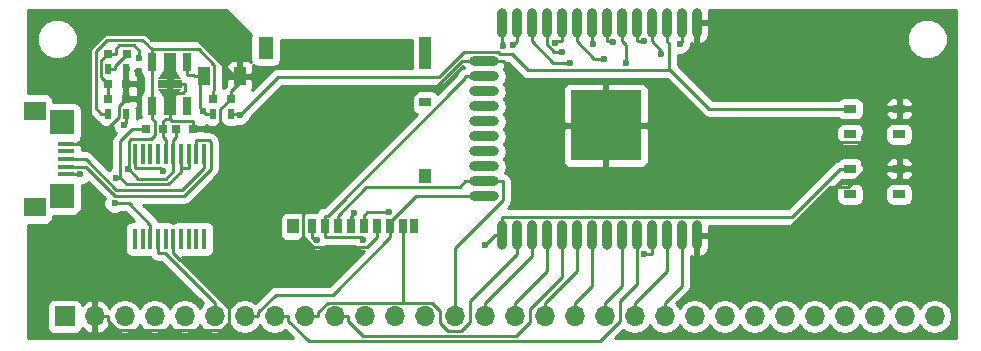
<source format=gtl>
G04 #@! TF.FileFunction,Copper,L1,Top,Signal*
%FSLAX46Y46*%
G04 Gerber Fmt 4.6, Leading zero omitted, Abs format (unit mm)*
G04 Created by KiCad (PCBNEW 4.0.7) date Sun Nov 12 16:40:09 2017*
%MOMM*%
%LPD*%
G01*
G04 APERTURE LIST*
%ADD10C,0.100000*%
%ADD11R,1.900000X1.600000*%
%ADD12R,2.000000X2.100000*%
%ADD13R,1.350000X0.400000*%
%ADD14R,0.800000X0.750000*%
%ADD15R,1.000000X1.600000*%
%ADD16R,0.800000X0.800000*%
%ADD17R,0.500000X0.900000*%
%ADD18R,1.700000X1.700000*%
%ADD19O,1.700000X1.700000*%
%ADD20R,0.700000X1.200000*%
%ADD21R,1.000000X1.200000*%
%ADD22R,1.000000X0.800000*%
%ADD23R,1.000000X2.800000*%
%ADD24R,1.300000X1.900000*%
%ADD25R,1.050000X0.650000*%
%ADD26O,0.900000X2.500000*%
%ADD27O,2.500000X0.900000*%
%ADD28R,6.000000X6.000000*%
%ADD29R,0.700000X1.500000*%
%ADD30R,1.000000X1.500000*%
%ADD31R,2.000000X0.800000*%
%ADD32R,0.450000X1.750000*%
%ADD33C,0.600000*%
%ADD34C,0.250000*%
%ADD35C,0.254000*%
G04 APERTURE END LIST*
D10*
D11*
X74930000Y-152745000D03*
X74930000Y-160945000D03*
D12*
X77280000Y-153745000D03*
X77280000Y-159945000D03*
D13*
X77610000Y-156845000D03*
X77610000Y-157495000D03*
X77610000Y-158145000D03*
X77610000Y-156195000D03*
X77610000Y-155545000D03*
D14*
X82665000Y-151765000D03*
X81165000Y-151765000D03*
X88380000Y-154305000D03*
X86880000Y-154305000D03*
X85840000Y-154305000D03*
X84340000Y-154305000D03*
X82665000Y-150495000D03*
X81165000Y-150495000D03*
X91555000Y-151765000D03*
X90055000Y-151765000D03*
D15*
X89305000Y-149860000D03*
X92305000Y-149860000D03*
D16*
X81115000Y-147955000D03*
X82715000Y-147955000D03*
D17*
X81165000Y-153035000D03*
X82665000Y-153035000D03*
D18*
X77470000Y-170180000D03*
D19*
X80010000Y-170180000D03*
X82550000Y-170180000D03*
X85090000Y-170180000D03*
X87630000Y-170180000D03*
X90170000Y-170180000D03*
X92710000Y-170180000D03*
X95250000Y-170180000D03*
X97790000Y-170180000D03*
X100330000Y-170180000D03*
X102870000Y-170180000D03*
X105410000Y-170180000D03*
X107950000Y-170180000D03*
X110490000Y-170180000D03*
X113030000Y-170180000D03*
X115570000Y-170180000D03*
X118110000Y-170180000D03*
X120650000Y-170180000D03*
X123190000Y-170180000D03*
X125730000Y-170180000D03*
X128270000Y-170180000D03*
X130810000Y-170180000D03*
X133350000Y-170180000D03*
X135890000Y-170180000D03*
X138430000Y-170180000D03*
X140970000Y-170180000D03*
X143510000Y-170180000D03*
X146050000Y-170180000D03*
X148590000Y-170180000D03*
X151130000Y-170180000D03*
D20*
X98400000Y-162560000D03*
X99500000Y-162560000D03*
X100600000Y-162560000D03*
X101700000Y-162560000D03*
X102800000Y-162560000D03*
X103900000Y-162560000D03*
X105000000Y-162560000D03*
X106100000Y-162560000D03*
X107050000Y-162560000D03*
D21*
X96850000Y-162560000D03*
X108000000Y-158260000D03*
D22*
X108000000Y-152060000D03*
D23*
X108000000Y-147910000D03*
D24*
X94500000Y-147460000D03*
D17*
X90055000Y-153035000D03*
X91555000Y-153035000D03*
X81165000Y-149225000D03*
X82665000Y-149225000D03*
D25*
X143975000Y-152595000D03*
X148125000Y-152595000D03*
X143975000Y-154745000D03*
X148125000Y-154745000D03*
X143975000Y-157675000D03*
X148125000Y-157675000D03*
X143975000Y-159825000D03*
X148125000Y-159825000D03*
D26*
X130980000Y-163305000D03*
X129710000Y-163305000D03*
X128440000Y-163305000D03*
X127170000Y-163305000D03*
X125900000Y-163305000D03*
X124630000Y-163305000D03*
X123360000Y-163305000D03*
X122090000Y-163305000D03*
X120820000Y-163305000D03*
X119550000Y-163305000D03*
X118280000Y-163305000D03*
X117010000Y-163305000D03*
X115740000Y-163305000D03*
X114470000Y-163305000D03*
D27*
X112980000Y-160020000D03*
X112980000Y-158750000D03*
X112980000Y-157480000D03*
X112980000Y-156210000D03*
X112980000Y-154940000D03*
X112980000Y-153670000D03*
X112980000Y-152400000D03*
X112980000Y-151130000D03*
X112980000Y-149860000D03*
X112980000Y-148590000D03*
D26*
X114470000Y-145305000D03*
X115740000Y-145305000D03*
X117010000Y-145305000D03*
X118280000Y-145305000D03*
X119550000Y-145305000D03*
X120820000Y-145305000D03*
X122090000Y-145305000D03*
X123360000Y-145305000D03*
X124630000Y-145305000D03*
X125900000Y-145305000D03*
X127170000Y-145305000D03*
X128440000Y-145305000D03*
X129710000Y-145305000D03*
X130980000Y-145305000D03*
D28*
X123280000Y-154005000D03*
D10*
G36*
X85360000Y-150095000D02*
X85860000Y-149345000D01*
X86860000Y-149345000D01*
X87360000Y-150095000D01*
X85360000Y-150095000D01*
X85360000Y-150095000D01*
G37*
D29*
X84860000Y-148645000D03*
X87860000Y-148645000D03*
X84860000Y-152345000D03*
D30*
X86360000Y-152345000D03*
D29*
X87860000Y-152345000D03*
D30*
X86360000Y-148645000D03*
D10*
G36*
X87360000Y-150895000D02*
X86860000Y-151645000D01*
X85860000Y-151645000D01*
X85360000Y-150895000D01*
X87360000Y-150895000D01*
X87360000Y-150895000D01*
G37*
D31*
X86360000Y-150495000D03*
D32*
X83435000Y-163620000D03*
X84085000Y-163620000D03*
X84735000Y-163620000D03*
X85385000Y-163620000D03*
X86035000Y-163620000D03*
X86685000Y-163620000D03*
X87335000Y-163620000D03*
X87985000Y-163620000D03*
X88635000Y-163620000D03*
X89285000Y-163620000D03*
X89285000Y-156420000D03*
X88635000Y-156420000D03*
X87985000Y-156420000D03*
X87335000Y-156420000D03*
X86685000Y-156420000D03*
X86035000Y-156420000D03*
X85385000Y-156420000D03*
X84735000Y-156420000D03*
X84085000Y-156420000D03*
X83435000Y-156420000D03*
D33*
X89217400Y-152772700D03*
X83782800Y-148314500D03*
X101988800Y-161427300D03*
X129549900Y-147079800D03*
X82806500Y-157651900D03*
X81813400Y-158461900D03*
X81698400Y-160570700D03*
X78806900Y-158145000D03*
X82482300Y-153993000D03*
X92316900Y-153112500D03*
X113100200Y-164144200D03*
X126530800Y-164880300D03*
X85805500Y-157875900D03*
X98840900Y-163670900D03*
X114574700Y-147287700D03*
X102775800Y-163685500D03*
X104936300Y-161371200D03*
X115452000Y-147191500D03*
X119000700Y-146982300D03*
X119621600Y-147773300D03*
X120254100Y-148676500D03*
X122189000Y-147104500D03*
X123182000Y-148376000D03*
X124983500Y-148707100D03*
X123923200Y-146948000D03*
X127969400Y-147977400D03*
X126489700Y-146880300D03*
D34*
X86360000Y-150495000D02*
X86885000Y-150495000D01*
X82665000Y-149225000D02*
X82665000Y-150495000D01*
X77610000Y-155545000D02*
X78610300Y-155545000D01*
X86360000Y-152345000D02*
X86360000Y-151270000D01*
X87685300Y-151039000D02*
X87685300Y-150495000D01*
X87504000Y-151220300D02*
X87685300Y-151039000D01*
X86409700Y-151220300D02*
X87504000Y-151220300D01*
X86360000Y-151270000D02*
X86409700Y-151220300D01*
X86885000Y-150495000D02*
X87685300Y-150495000D01*
X103900000Y-162560000D02*
X103900000Y-163485300D01*
X148125000Y-157675000D02*
X147274700Y-157675000D01*
X82665000Y-150495000D02*
X82665000Y-151195300D01*
X82665000Y-151765000D02*
X82665000Y-151195300D01*
X123280000Y-154005000D02*
X126605300Y-154005000D01*
X139984700Y-145305000D02*
X147274700Y-152595000D01*
X130980000Y-145305000D02*
X139984700Y-145305000D01*
X148125000Y-152595000D02*
X147274700Y-152595000D01*
X143078500Y-155425100D02*
X144955700Y-155425100D01*
X141658400Y-154005000D02*
X143078500Y-155425100D01*
X126605300Y-154005000D02*
X141658400Y-154005000D01*
X144955700Y-154914000D02*
X147274700Y-152595000D01*
X144955700Y-155425100D02*
X144955700Y-154914000D01*
X144955700Y-157302200D02*
X144955700Y-155425100D01*
X145311300Y-157657800D02*
X144955700Y-157302200D01*
X143794500Y-159174600D02*
X145311300Y-157657800D01*
X142262000Y-159174600D02*
X143794500Y-159174600D01*
X138131600Y-163305000D02*
X142262000Y-159174600D01*
X130980000Y-163305000D02*
X138131600Y-163305000D01*
X147257500Y-157657800D02*
X147274700Y-157675000D01*
X145311300Y-157657800D02*
X147257500Y-157657800D01*
X86360000Y-149970000D02*
X86360000Y-149720000D01*
X86885000Y-150495000D02*
X86360000Y-149970000D01*
X86360000Y-149720000D02*
X86360000Y-148645000D01*
X80010000Y-170180000D02*
X81185300Y-170180000D01*
X97675400Y-163455500D02*
X97675400Y-160746800D01*
X86685000Y-163620000D02*
X86685000Y-164820300D01*
X86685000Y-164820300D02*
X91350200Y-169485400D01*
X97031600Y-163804000D02*
X91350200Y-169485400D01*
X97326900Y-163804000D02*
X97031600Y-163804000D01*
X97675400Y-163455500D02*
X97326900Y-163804000D01*
X81185300Y-170547400D02*
X81185300Y-170180000D01*
X81993200Y-171355300D02*
X81185300Y-170547400D01*
X90685400Y-171355300D02*
X81993200Y-171355300D01*
X91350100Y-170690600D02*
X90685400Y-171355300D01*
X91350100Y-169485500D02*
X91350100Y-170690600D01*
X91350200Y-169485400D02*
X91350100Y-169485500D01*
X85840000Y-154305000D02*
X85840000Y-153604700D01*
X90667800Y-153739200D02*
X97675400Y-160746800D01*
X86024400Y-153420300D02*
X86360000Y-153420300D01*
X85840000Y-153604700D02*
X86024400Y-153420300D01*
X86360000Y-152345000D02*
X86360000Y-153420300D01*
X90102000Y-154305000D02*
X88380000Y-154305000D01*
X90667800Y-153739200D02*
X90102000Y-154305000D01*
X86544400Y-153604700D02*
X86360000Y-153420300D01*
X88380000Y-153604700D02*
X86544400Y-153604700D01*
X88380000Y-154305000D02*
X88380000Y-153604700D01*
X111115500Y-148590000D02*
X112980000Y-148590000D01*
X108836000Y-150869500D02*
X111115500Y-148590000D01*
X107552700Y-150869500D02*
X108836000Y-150869500D01*
X97675400Y-160746800D02*
X107552700Y-150869500D01*
X119954700Y-153989400D02*
X119954700Y-154005000D01*
X114555300Y-148590000D02*
X119954700Y-153989400D01*
X112980000Y-148590000D02*
X114555300Y-148590000D01*
X123280000Y-154005000D02*
X119954700Y-154005000D01*
X92305000Y-149860000D02*
X92305000Y-150301100D01*
X79872600Y-154282700D02*
X78610300Y-155545000D01*
X82048600Y-152381400D02*
X82665000Y-151765000D01*
X82048600Y-153313600D02*
X82048600Y-152381400D01*
X81079400Y-154282800D02*
X82048600Y-153313600D01*
X79872600Y-154282800D02*
X81079400Y-154282800D01*
X79872600Y-154282700D02*
X79872600Y-154282800D01*
X79872500Y-154282700D02*
X79872600Y-154282700D01*
X79872500Y-153671800D02*
X79872500Y-154282700D01*
X79620000Y-153419300D02*
X79872500Y-153671800D01*
X79620000Y-147551700D02*
X79620000Y-153419300D01*
X80869900Y-146301800D02*
X79620000Y-147551700D01*
X84369700Y-146301800D02*
X80869900Y-146301800D01*
X84820000Y-146752100D02*
X84369700Y-146301800D01*
X88756000Y-146752100D02*
X84820000Y-146752100D01*
X92305000Y-150301100D02*
X88756000Y-146752100D01*
X86035000Y-155200300D02*
X85840000Y-155005300D01*
X86035000Y-156420000D02*
X86035000Y-155200300D01*
X85840000Y-154305000D02*
X85840000Y-155005300D01*
X90667800Y-152652200D02*
X91555000Y-151765000D01*
X90667800Y-153739200D02*
X90667800Y-152652200D01*
X92305000Y-150314700D02*
X92305000Y-150301100D01*
X91555000Y-151064700D02*
X92305000Y-150314700D01*
X91555000Y-151765000D02*
X91555000Y-151064700D01*
X103065600Y-164319700D02*
X103900000Y-163485300D01*
X98539600Y-164319700D02*
X103065600Y-164319700D01*
X97675400Y-163455500D02*
X98539600Y-164319700D01*
X88340000Y-149720300D02*
X88479700Y-149860000D01*
X87860000Y-149720300D02*
X88340000Y-149720300D01*
X87860000Y-148802400D02*
X87860000Y-149720300D01*
X81165000Y-150495000D02*
X81165000Y-151765000D01*
X80570500Y-149900500D02*
X81165000Y-150495000D01*
X80570500Y-148499500D02*
X80570500Y-149900500D01*
X81115000Y-147955000D02*
X80570500Y-148499500D01*
X89305000Y-149860000D02*
X88955100Y-149860000D01*
X88955100Y-149860000D02*
X88479700Y-149860000D01*
X90055000Y-153035000D02*
X89479700Y-153035000D01*
X88955100Y-152510400D02*
X89217400Y-152772700D01*
X88955100Y-149860000D02*
X88955100Y-152510400D01*
X89217400Y-152772700D02*
X89479700Y-153035000D01*
X87860000Y-148802400D02*
X87860000Y-148645000D01*
X81840300Y-147501600D02*
X81840300Y-147955000D01*
X82112200Y-147229700D02*
X81840300Y-147501600D01*
X83306600Y-147229700D02*
X82112200Y-147229700D01*
X83782800Y-147705900D02*
X83306600Y-147229700D01*
X83782800Y-148314500D02*
X83782800Y-147705900D01*
X81115000Y-147955000D02*
X81840300Y-147955000D01*
X101781400Y-161634700D02*
X101988800Y-161427300D01*
X101700000Y-161634700D02*
X101781400Y-161634700D01*
X101700000Y-162560000D02*
X101700000Y-161634700D01*
X129710000Y-146919700D02*
X129710000Y-145305000D01*
X129549900Y-147079800D02*
X129710000Y-146919700D01*
X86880000Y-154649800D02*
X86880000Y-154379500D01*
X86880000Y-154649800D02*
X86880000Y-155005300D01*
X86880000Y-154305000D02*
X86880000Y-154379500D01*
X84860000Y-151269700D02*
X84860000Y-149720300D01*
X86685000Y-155200300D02*
X86685000Y-156420000D01*
X86880000Y-155005300D02*
X86685000Y-155200300D01*
X86685000Y-156420000D02*
X86685000Y-157620300D01*
X84860000Y-152345000D02*
X84860000Y-151269700D01*
X84860000Y-149182600D02*
X84860000Y-149720300D01*
X84860000Y-152345000D02*
X84860000Y-153420300D01*
X82884600Y-157651900D02*
X82806500Y-157651900D01*
X85090000Y-153650300D02*
X84860000Y-153420300D01*
X85090000Y-154818600D02*
X85090000Y-153650300D01*
X84760500Y-155148100D02*
X85090000Y-154818600D01*
X83089900Y-155148100D02*
X84760500Y-155148100D01*
X82884600Y-155353400D02*
X83089900Y-155148100D01*
X82884600Y-157651900D02*
X82884600Y-155353400D01*
X84860000Y-149182600D02*
X84860000Y-148645000D01*
X90153500Y-150966200D02*
X90055000Y-151064700D01*
X90153500Y-148905500D02*
X90153500Y-150966200D01*
X88817700Y-147569700D02*
X90153500Y-148905500D01*
X84860000Y-147569700D02*
X88817700Y-147569700D01*
X84860000Y-148645000D02*
X84860000Y-147569700D01*
X90055000Y-151765000D02*
X90055000Y-151064700D01*
X84042400Y-146752100D02*
X84860000Y-147569700D01*
X81056500Y-146752100D02*
X84042400Y-146752100D01*
X80094500Y-147714100D02*
X81056500Y-146752100D01*
X80094500Y-152539800D02*
X80094500Y-147714100D01*
X80589700Y-153035000D02*
X80094500Y-152539800D01*
X81165000Y-153035000D02*
X80589700Y-153035000D01*
X82884600Y-157730000D02*
X82884600Y-157651900D01*
X83655900Y-158501300D02*
X82884600Y-157730000D01*
X86077200Y-158501300D02*
X83655900Y-158501300D01*
X86685000Y-157893500D02*
X86077200Y-158501300D01*
X86685000Y-157620300D02*
X86685000Y-157893500D01*
X84340000Y-154305000D02*
X83614700Y-154305000D01*
X82886000Y-160570700D02*
X84735000Y-162419700D01*
X81698400Y-160570700D02*
X82886000Y-160570700D01*
X84735000Y-163620000D02*
X84735000Y-162419700D01*
X87985000Y-156420000D02*
X87985000Y-157620300D01*
X87335000Y-157620300D02*
X87985000Y-157620300D01*
X87335000Y-156420000D02*
X87335000Y-157620300D01*
X82174500Y-158461900D02*
X81813400Y-158461900D01*
X82174500Y-155347100D02*
X82174500Y-158461900D01*
X83216600Y-154305000D02*
X82174500Y-155347100D01*
X83614700Y-154305000D02*
X83216600Y-154305000D01*
X87335000Y-157906600D02*
X87335000Y-157620300D01*
X86240000Y-159001600D02*
X87335000Y-157906600D01*
X82714200Y-159001600D02*
X86240000Y-159001600D01*
X82174500Y-158461900D02*
X82714200Y-159001600D01*
X81740300Y-148929700D02*
X82715000Y-147955000D01*
X81740300Y-149225000D02*
X81740300Y-148929700D01*
X81165000Y-149225000D02*
X81740300Y-149225000D01*
X82665000Y-153035000D02*
X82665000Y-153810300D01*
X82665000Y-153810300D02*
X82482300Y-153993000D01*
X77610000Y-158145000D02*
X78806900Y-158145000D01*
X128440000Y-145305000D02*
X128440000Y-146880300D01*
X143975000Y-152595000D02*
X143124700Y-152595000D01*
X91555000Y-153035000D02*
X92130300Y-153035000D01*
X92207800Y-153112500D02*
X92130300Y-153035000D01*
X92316900Y-153112500D02*
X92207800Y-153112500D01*
X128647100Y-147087400D02*
X128647100Y-149198500D01*
X128440000Y-146880300D02*
X128647100Y-147087400D01*
X132043600Y-152595000D02*
X143124700Y-152595000D01*
X128647100Y-149198500D02*
X132043600Y-152595000D01*
X128513000Y-149332600D02*
X128647100Y-149198500D01*
X116714700Y-149332600D02*
X128513000Y-149332600D01*
X115354400Y-147972300D02*
X116714700Y-149332600D01*
X114315700Y-147972300D02*
X115354400Y-147972300D01*
X114158000Y-147814600D02*
X114315700Y-147972300D01*
X111254000Y-147814600D02*
X114158000Y-147814600D01*
X109200700Y-149867900D02*
X111254000Y-147814600D01*
X95561500Y-149867900D02*
X109200700Y-149867900D01*
X92316900Y-153112500D02*
X95561500Y-149867900D01*
X143975000Y-157675000D02*
X143124700Y-157675000D01*
X139070000Y-161729700D02*
X114470000Y-161729700D01*
X143124700Y-157675000D02*
X139070000Y-161729700D01*
X114470000Y-163282500D02*
X114470000Y-161729700D01*
X114470000Y-163282500D02*
X114470000Y-163305000D01*
X113939400Y-163305000D02*
X113100200Y-164144200D01*
X114470000Y-163305000D02*
X113939400Y-163305000D01*
X85985600Y-164820300D02*
X90170000Y-169004700D01*
X85385000Y-164820300D02*
X85985600Y-164820300D01*
X90170000Y-170180000D02*
X90170000Y-169004700D01*
X85385000Y-163620000D02*
X85385000Y-164820300D01*
X127170000Y-163305000D02*
X127170000Y-164880300D01*
X127170000Y-164880300D02*
X126530800Y-164880300D01*
X112980000Y-160020000D02*
X111404700Y-160020000D01*
X105000000Y-162215600D02*
X105000000Y-162560000D01*
X107195600Y-160020000D02*
X105000000Y-162215600D01*
X111404700Y-160020000D02*
X107195600Y-160020000D01*
X93885300Y-169812700D02*
X93885300Y-170180000D01*
X95377800Y-168320200D02*
X93885300Y-169812700D01*
X100165100Y-168320200D02*
X95377800Y-168320200D01*
X105000000Y-163485300D02*
X100165100Y-168320200D01*
X105000000Y-162560000D02*
X105000000Y-163485300D01*
X92710000Y-170180000D02*
X93885300Y-170180000D01*
X95250000Y-170180000D02*
X96425300Y-170180000D01*
X83435000Y-156420000D02*
X83435000Y-157620300D01*
X125900000Y-167414300D02*
X125900000Y-163305000D01*
X124460000Y-168854300D02*
X125900000Y-167414300D01*
X124460000Y-170573900D02*
X124460000Y-168854300D01*
X122766600Y-172267300D02*
X124460000Y-170573900D01*
X98145300Y-172267300D02*
X122766600Y-172267300D01*
X96425300Y-170547300D02*
X98145300Y-172267300D01*
X96425300Y-170180000D02*
X96425300Y-170547300D01*
X85549900Y-157620300D02*
X83435000Y-157620300D01*
X85805500Y-157875900D02*
X85549900Y-157620300D01*
X106100000Y-162560000D02*
X106100000Y-163485300D01*
X97790000Y-170180000D02*
X98965300Y-170180000D01*
X106100000Y-163485300D02*
X106100000Y-169004600D01*
X98965300Y-169812600D02*
X98965300Y-170180000D01*
X99773300Y-169004600D02*
X98965300Y-169812600D01*
X106100000Y-169004600D02*
X99773300Y-169004600D01*
X108537200Y-169004600D02*
X106100000Y-169004600D01*
X109277100Y-169744500D02*
X108537200Y-169004600D01*
X109277100Y-170695900D02*
X109277100Y-169744500D01*
X109947800Y-171366600D02*
X109277100Y-170695900D01*
X111035300Y-171366600D02*
X109947800Y-171366600D01*
X111760000Y-170641900D02*
X111035300Y-171366600D01*
X111760000Y-168860300D02*
X111760000Y-170641900D01*
X115740000Y-164880300D02*
X111760000Y-168860300D01*
X115740000Y-163305000D02*
X115740000Y-164880300D01*
X100330000Y-170180000D02*
X101505300Y-170180000D01*
X101505300Y-170180000D02*
X101505300Y-170545300D01*
X101505300Y-170545300D02*
X102777000Y-171817000D01*
X102777000Y-171817000D02*
X115701400Y-171817000D01*
X115701400Y-171817000D02*
X116840000Y-170678400D01*
X116840000Y-170678400D02*
X116840000Y-169549800D01*
X116840000Y-169549800D02*
X119550000Y-166839800D01*
X119550000Y-166839800D02*
X119550000Y-163305000D01*
X98400000Y-162560000D02*
X98400000Y-163485300D01*
X98585600Y-163670900D02*
X98840900Y-163670900D01*
X98400000Y-163485300D02*
X98585600Y-163670900D01*
X114470000Y-145305000D02*
X114470000Y-146880300D01*
X114574700Y-146985000D02*
X114574700Y-147287700D01*
X114470000Y-146880300D02*
X114574700Y-146985000D01*
X99500000Y-162560000D02*
X99500000Y-163485300D01*
X99793200Y-161634700D02*
X99500000Y-161634700D01*
X111404700Y-150023200D02*
X99793200Y-161634700D01*
X111404700Y-149860000D02*
X111404700Y-150023200D01*
X112980000Y-149860000D02*
X111404700Y-149860000D01*
X99500000Y-162560000D02*
X99500000Y-161634700D01*
X102575600Y-163485300D02*
X102775800Y-163685500D01*
X99500000Y-163485300D02*
X102575600Y-163485300D01*
X102800000Y-162560000D02*
X102800000Y-161634700D01*
X103063500Y-161371200D02*
X104936300Y-161371200D01*
X102800000Y-161634700D02*
X103063500Y-161371200D01*
X115452000Y-147168300D02*
X115452000Y-147191500D01*
X115740000Y-146880300D02*
X115452000Y-147168300D01*
X115740000Y-145305000D02*
X115740000Y-146880300D01*
X110490000Y-164411200D02*
X110490000Y-169004700D01*
X114555300Y-160345900D02*
X110490000Y-164411200D01*
X114555300Y-158750000D02*
X114555300Y-160345900D01*
X110490000Y-170180000D02*
X110490000Y-169004700D01*
X113767700Y-158750000D02*
X114555300Y-158750000D01*
X113767700Y-158750000D02*
X112980000Y-158750000D01*
X103030900Y-159203800D02*
X100600000Y-161634700D01*
X110950900Y-159203800D02*
X103030900Y-159203800D01*
X111404700Y-158750000D02*
X110950900Y-159203800D01*
X112980000Y-158750000D02*
X111404700Y-158750000D01*
X100600000Y-162560000D02*
X100600000Y-161634700D01*
X117010000Y-165024700D02*
X113030000Y-169004700D01*
X117010000Y-163305000D02*
X117010000Y-165024700D01*
X113030000Y-170180000D02*
X113030000Y-169004700D01*
X118280000Y-166294700D02*
X115570000Y-169004700D01*
X118280000Y-163305000D02*
X118280000Y-166294700D01*
X115570000Y-170180000D02*
X115570000Y-169004700D01*
X120820000Y-166294700D02*
X118110000Y-169004700D01*
X120820000Y-163305000D02*
X120820000Y-166294700D01*
X118110000Y-170180000D02*
X118110000Y-169004700D01*
X122090000Y-167564700D02*
X120650000Y-169004700D01*
X122090000Y-163305000D02*
X122090000Y-167564700D01*
X120650000Y-170180000D02*
X120650000Y-169004700D01*
X124630000Y-167564700D02*
X123190000Y-169004700D01*
X124630000Y-163305000D02*
X124630000Y-167564700D01*
X123190000Y-170180000D02*
X123190000Y-169004700D01*
X128440000Y-166294700D02*
X125730000Y-169004700D01*
X128440000Y-163305000D02*
X128440000Y-166294700D01*
X125730000Y-170180000D02*
X125730000Y-169004700D01*
X129710000Y-167564700D02*
X128270000Y-169004700D01*
X129710000Y-163305000D02*
X129710000Y-167564700D01*
X128270000Y-170180000D02*
X128270000Y-169004700D01*
X119102700Y-146880300D02*
X119000700Y-146982300D01*
X119550000Y-146880300D02*
X119102700Y-146880300D01*
X119550000Y-145305000D02*
X119550000Y-146880300D01*
X118280000Y-145305000D02*
X118280000Y-146880300D01*
X118907400Y-147773300D02*
X119621600Y-147773300D01*
X118280000Y-147145900D02*
X118907400Y-147773300D01*
X118280000Y-146880300D02*
X118280000Y-147145900D01*
X117010000Y-145305000D02*
X117010000Y-146880300D01*
X118806200Y-148676500D02*
X120254100Y-148676500D01*
X117010000Y-146880300D02*
X118806200Y-148676500D01*
X122090000Y-145305000D02*
X122090000Y-146880300D01*
X122189000Y-146979300D02*
X122189000Y-147104500D01*
X122090000Y-146880300D02*
X122189000Y-146979300D01*
X122315700Y-148376000D02*
X123182000Y-148376000D01*
X120820000Y-146880300D02*
X122315700Y-148376000D01*
X120820000Y-145305000D02*
X120820000Y-146880300D01*
X124630000Y-145305000D02*
X124630000Y-146880300D01*
X124983500Y-147233800D02*
X124983500Y-148707100D01*
X124630000Y-146880300D02*
X124983500Y-147233800D01*
X123360000Y-145305000D02*
X123360000Y-146880300D01*
X123855500Y-146880300D02*
X123923200Y-146948000D01*
X123360000Y-146880300D02*
X123855500Y-146880300D01*
X127170000Y-145305000D02*
X127170000Y-146880300D01*
X127969300Y-147977400D02*
X127969400Y-147977400D01*
X127969300Y-147679600D02*
X127969300Y-147977400D01*
X127170000Y-146880300D02*
X127969300Y-147679600D01*
X125900000Y-145305000D02*
X125900000Y-146880300D01*
X125900000Y-146880300D02*
X126489700Y-146880300D01*
X89285000Y-156420000D02*
X89285000Y-157620300D01*
X79252900Y-156845000D02*
X77610000Y-156845000D01*
X81861700Y-159453800D02*
X79252900Y-156845000D01*
X87451500Y-159453800D02*
X81861700Y-159453800D01*
X89285000Y-157620300D02*
X87451500Y-159453800D01*
X79266000Y-157495000D02*
X77610000Y-157495000D01*
X81716300Y-159945300D02*
X79266000Y-157495000D01*
X87596900Y-159945300D02*
X81716300Y-159945300D01*
X89849700Y-157692500D02*
X87596900Y-159945300D01*
X89849700Y-155391400D02*
X89849700Y-157692500D01*
X89678000Y-155219700D02*
X89849700Y-155391400D01*
X88635000Y-155219700D02*
X89678000Y-155219700D01*
X88635000Y-156420000D02*
X88635000Y-155219700D01*
D35*
G36*
X152960000Y-172010000D02*
X124098702Y-172010000D01*
X124781619Y-171327083D01*
X125161715Y-171581054D01*
X125730000Y-171694093D01*
X126298285Y-171581054D01*
X126780054Y-171259147D01*
X127000000Y-170929974D01*
X127219946Y-171259147D01*
X127701715Y-171581054D01*
X128270000Y-171694093D01*
X128838285Y-171581054D01*
X129320054Y-171259147D01*
X129540000Y-170929974D01*
X129759946Y-171259147D01*
X130241715Y-171581054D01*
X130810000Y-171694093D01*
X131378285Y-171581054D01*
X131860054Y-171259147D01*
X132080000Y-170929974D01*
X132299946Y-171259147D01*
X132781715Y-171581054D01*
X133350000Y-171694093D01*
X133918285Y-171581054D01*
X134400054Y-171259147D01*
X134620000Y-170929974D01*
X134839946Y-171259147D01*
X135321715Y-171581054D01*
X135890000Y-171694093D01*
X136458285Y-171581054D01*
X136940054Y-171259147D01*
X137160000Y-170929974D01*
X137379946Y-171259147D01*
X137861715Y-171581054D01*
X138430000Y-171694093D01*
X138998285Y-171581054D01*
X139480054Y-171259147D01*
X139700000Y-170929974D01*
X139919946Y-171259147D01*
X140401715Y-171581054D01*
X140970000Y-171694093D01*
X141538285Y-171581054D01*
X142020054Y-171259147D01*
X142240000Y-170929974D01*
X142459946Y-171259147D01*
X142941715Y-171581054D01*
X143510000Y-171694093D01*
X144078285Y-171581054D01*
X144560054Y-171259147D01*
X144780000Y-170929974D01*
X144999946Y-171259147D01*
X145481715Y-171581054D01*
X146050000Y-171694093D01*
X146618285Y-171581054D01*
X147100054Y-171259147D01*
X147320000Y-170929974D01*
X147539946Y-171259147D01*
X148021715Y-171581054D01*
X148590000Y-171694093D01*
X149158285Y-171581054D01*
X149640054Y-171259147D01*
X149860000Y-170929974D01*
X150079946Y-171259147D01*
X150561715Y-171581054D01*
X151130000Y-171694093D01*
X151698285Y-171581054D01*
X152180054Y-171259147D01*
X152501961Y-170777378D01*
X152615000Y-170209093D01*
X152615000Y-170150907D01*
X152501961Y-169582622D01*
X152180054Y-169100853D01*
X151698285Y-168778946D01*
X151130000Y-168665907D01*
X150561715Y-168778946D01*
X150079946Y-169100853D01*
X149860000Y-169430026D01*
X149640054Y-169100853D01*
X149158285Y-168778946D01*
X148590000Y-168665907D01*
X148021715Y-168778946D01*
X147539946Y-169100853D01*
X147320000Y-169430026D01*
X147100054Y-169100853D01*
X146618285Y-168778946D01*
X146050000Y-168665907D01*
X145481715Y-168778946D01*
X144999946Y-169100853D01*
X144780000Y-169430026D01*
X144560054Y-169100853D01*
X144078285Y-168778946D01*
X143510000Y-168665907D01*
X142941715Y-168778946D01*
X142459946Y-169100853D01*
X142240000Y-169430026D01*
X142020054Y-169100853D01*
X141538285Y-168778946D01*
X140970000Y-168665907D01*
X140401715Y-168778946D01*
X139919946Y-169100853D01*
X139700000Y-169430026D01*
X139480054Y-169100853D01*
X138998285Y-168778946D01*
X138430000Y-168665907D01*
X137861715Y-168778946D01*
X137379946Y-169100853D01*
X137160000Y-169430026D01*
X136940054Y-169100853D01*
X136458285Y-168778946D01*
X135890000Y-168665907D01*
X135321715Y-168778946D01*
X134839946Y-169100853D01*
X134620000Y-169430026D01*
X134400054Y-169100853D01*
X133918285Y-168778946D01*
X133350000Y-168665907D01*
X132781715Y-168778946D01*
X132299946Y-169100853D01*
X132080000Y-169430026D01*
X131860054Y-169100853D01*
X131378285Y-168778946D01*
X130810000Y-168665907D01*
X130241715Y-168778946D01*
X129759946Y-169100853D01*
X129540000Y-169430026D01*
X129320054Y-169100853D01*
X129277250Y-169072252D01*
X130247401Y-168102101D01*
X130412148Y-167855539D01*
X130470000Y-167564700D01*
X130470000Y-165043836D01*
X130685999Y-165149408D01*
X130853000Y-165022502D01*
X130853000Y-163432000D01*
X131107000Y-163432000D01*
X131107000Y-165022502D01*
X131274001Y-165149408D01*
X131657408Y-164962013D01*
X131933808Y-164637544D01*
X132065000Y-164232000D01*
X132065000Y-163432000D01*
X131107000Y-163432000D01*
X130853000Y-163432000D01*
X130833000Y-163432000D01*
X130833000Y-163178000D01*
X130853000Y-163178000D01*
X130853000Y-163158000D01*
X131107000Y-163158000D01*
X131107000Y-163178000D01*
X132065000Y-163178000D01*
X132065000Y-162489700D01*
X139070000Y-162489700D01*
X139360839Y-162431848D01*
X139607401Y-162267101D01*
X142374502Y-159500000D01*
X142802560Y-159500000D01*
X142802560Y-160150000D01*
X142846838Y-160385317D01*
X142985910Y-160601441D01*
X143198110Y-160746431D01*
X143450000Y-160797440D01*
X144500000Y-160797440D01*
X144735317Y-160753162D01*
X144951441Y-160614090D01*
X145096431Y-160401890D01*
X145147440Y-160150000D01*
X145147440Y-159500000D01*
X146952560Y-159500000D01*
X146952560Y-160150000D01*
X146996838Y-160385317D01*
X147135910Y-160601441D01*
X147348110Y-160746431D01*
X147600000Y-160797440D01*
X148650000Y-160797440D01*
X148885317Y-160753162D01*
X149101441Y-160614090D01*
X149246431Y-160401890D01*
X149297440Y-160150000D01*
X149297440Y-159500000D01*
X149253162Y-159264683D01*
X149114090Y-159048559D01*
X148901890Y-158903569D01*
X148650000Y-158852560D01*
X147600000Y-158852560D01*
X147364683Y-158896838D01*
X147148559Y-159035910D01*
X147003569Y-159248110D01*
X146952560Y-159500000D01*
X145147440Y-159500000D01*
X145103162Y-159264683D01*
X144964090Y-159048559D01*
X144751890Y-158903569D01*
X144500000Y-158852560D01*
X143450000Y-158852560D01*
X143214683Y-158896838D01*
X142998559Y-159035910D01*
X142853569Y-159248110D01*
X142802560Y-159500000D01*
X142374502Y-159500000D01*
X143264605Y-158609897D01*
X143450000Y-158647440D01*
X144500000Y-158647440D01*
X144735317Y-158603162D01*
X144951441Y-158464090D01*
X145096431Y-158251890D01*
X145147440Y-158000000D01*
X145147440Y-157960750D01*
X146965000Y-157960750D01*
X146965000Y-158126310D01*
X147061673Y-158359699D01*
X147240302Y-158538327D01*
X147473691Y-158635000D01*
X147839250Y-158635000D01*
X147998000Y-158476250D01*
X147998000Y-157802000D01*
X148252000Y-157802000D01*
X148252000Y-158476250D01*
X148410750Y-158635000D01*
X148776309Y-158635000D01*
X149009698Y-158538327D01*
X149188327Y-158359699D01*
X149285000Y-158126310D01*
X149285000Y-157960750D01*
X149126250Y-157802000D01*
X148252000Y-157802000D01*
X147998000Y-157802000D01*
X147123750Y-157802000D01*
X146965000Y-157960750D01*
X145147440Y-157960750D01*
X145147440Y-157350000D01*
X145123674Y-157223690D01*
X146965000Y-157223690D01*
X146965000Y-157389250D01*
X147123750Y-157548000D01*
X147998000Y-157548000D01*
X147998000Y-156873750D01*
X148252000Y-156873750D01*
X148252000Y-157548000D01*
X149126250Y-157548000D01*
X149285000Y-157389250D01*
X149285000Y-157223690D01*
X149188327Y-156990301D01*
X149009698Y-156811673D01*
X148776309Y-156715000D01*
X148410750Y-156715000D01*
X148252000Y-156873750D01*
X147998000Y-156873750D01*
X147839250Y-156715000D01*
X147473691Y-156715000D01*
X147240302Y-156811673D01*
X147061673Y-156990301D01*
X146965000Y-157223690D01*
X145123674Y-157223690D01*
X145103162Y-157114683D01*
X144964090Y-156898559D01*
X144751890Y-156753569D01*
X144500000Y-156702560D01*
X143450000Y-156702560D01*
X143214683Y-156746838D01*
X142998559Y-156885910D01*
X142955716Y-156948613D01*
X142833861Y-156972852D01*
X142587299Y-157137599D01*
X138755198Y-160969700D01*
X115006302Y-160969700D01*
X115092701Y-160883301D01*
X115257448Y-160636740D01*
X115315300Y-160345900D01*
X115315300Y-158750000D01*
X115257448Y-158459161D01*
X115092701Y-158212599D01*
X114846139Y-158047852D01*
X114732457Y-158025239D01*
X114819338Y-157895212D01*
X114901929Y-157480000D01*
X114819338Y-157064788D01*
X114672480Y-156845000D01*
X114819338Y-156625212D01*
X114901929Y-156210000D01*
X114819338Y-155794788D01*
X114672480Y-155575000D01*
X114819338Y-155355212D01*
X114901929Y-154940000D01*
X114819338Y-154524788D01*
X114672480Y-154305000D01*
X114682001Y-154290750D01*
X119645000Y-154290750D01*
X119645000Y-157131309D01*
X119741673Y-157364698D01*
X119920301Y-157543327D01*
X120153690Y-157640000D01*
X122994250Y-157640000D01*
X123153000Y-157481250D01*
X123153000Y-154132000D01*
X123407000Y-154132000D01*
X123407000Y-157481250D01*
X123565750Y-157640000D01*
X126406310Y-157640000D01*
X126639699Y-157543327D01*
X126818327Y-157364698D01*
X126915000Y-157131309D01*
X126915000Y-154420000D01*
X142802560Y-154420000D01*
X142802560Y-155070000D01*
X142846838Y-155305317D01*
X142985910Y-155521441D01*
X143198110Y-155666431D01*
X143450000Y-155717440D01*
X144500000Y-155717440D01*
X144735317Y-155673162D01*
X144951441Y-155534090D01*
X145096431Y-155321890D01*
X145147440Y-155070000D01*
X145147440Y-154420000D01*
X146952560Y-154420000D01*
X146952560Y-155070000D01*
X146996838Y-155305317D01*
X147135910Y-155521441D01*
X147348110Y-155666431D01*
X147600000Y-155717440D01*
X148650000Y-155717440D01*
X148885317Y-155673162D01*
X149101441Y-155534090D01*
X149246431Y-155321890D01*
X149297440Y-155070000D01*
X149297440Y-154420000D01*
X149253162Y-154184683D01*
X149114090Y-153968559D01*
X148901890Y-153823569D01*
X148650000Y-153772560D01*
X147600000Y-153772560D01*
X147364683Y-153816838D01*
X147148559Y-153955910D01*
X147003569Y-154168110D01*
X146952560Y-154420000D01*
X145147440Y-154420000D01*
X145103162Y-154184683D01*
X144964090Y-153968559D01*
X144751890Y-153823569D01*
X144500000Y-153772560D01*
X143450000Y-153772560D01*
X143214683Y-153816838D01*
X142998559Y-153955910D01*
X142853569Y-154168110D01*
X142802560Y-154420000D01*
X126915000Y-154420000D01*
X126915000Y-154290750D01*
X126756250Y-154132000D01*
X123407000Y-154132000D01*
X123153000Y-154132000D01*
X119803750Y-154132000D01*
X119645000Y-154290750D01*
X114682001Y-154290750D01*
X114819338Y-154085212D01*
X114901929Y-153670000D01*
X114819338Y-153254788D01*
X114672480Y-153035000D01*
X114819338Y-152815212D01*
X114901929Y-152400000D01*
X114819338Y-151984788D01*
X114672480Y-151765000D01*
X114819338Y-151545212D01*
X114901929Y-151130000D01*
X114851941Y-150878691D01*
X119645000Y-150878691D01*
X119645000Y-153719250D01*
X119803750Y-153878000D01*
X123153000Y-153878000D01*
X123153000Y-150528750D01*
X123407000Y-150528750D01*
X123407000Y-153878000D01*
X126756250Y-153878000D01*
X126915000Y-153719250D01*
X126915000Y-150878691D01*
X126818327Y-150645302D01*
X126639699Y-150466673D01*
X126406310Y-150370000D01*
X123565750Y-150370000D01*
X123407000Y-150528750D01*
X123153000Y-150528750D01*
X122994250Y-150370000D01*
X120153690Y-150370000D01*
X119920301Y-150466673D01*
X119741673Y-150645302D01*
X119645000Y-150878691D01*
X114851941Y-150878691D01*
X114819338Y-150714788D01*
X114672480Y-150495000D01*
X114819338Y-150275212D01*
X114901929Y-149860000D01*
X114819338Y-149444788D01*
X114663968Y-149212259D01*
X114824408Y-148884001D01*
X114709129Y-148732300D01*
X115039598Y-148732300D01*
X116177299Y-149870001D01*
X116423861Y-150034748D01*
X116714700Y-150092600D01*
X128466398Y-150092600D01*
X131506199Y-153132401D01*
X131752760Y-153297148D01*
X132043600Y-153355000D01*
X142975331Y-153355000D01*
X142985910Y-153371441D01*
X143198110Y-153516431D01*
X143450000Y-153567440D01*
X144500000Y-153567440D01*
X144735317Y-153523162D01*
X144951441Y-153384090D01*
X145096431Y-153171890D01*
X145147440Y-152920000D01*
X145147440Y-152880750D01*
X146965000Y-152880750D01*
X146965000Y-153046310D01*
X147061673Y-153279699D01*
X147240302Y-153458327D01*
X147473691Y-153555000D01*
X147839250Y-153555000D01*
X147998000Y-153396250D01*
X147998000Y-152722000D01*
X148252000Y-152722000D01*
X148252000Y-153396250D01*
X148410750Y-153555000D01*
X148776309Y-153555000D01*
X149009698Y-153458327D01*
X149188327Y-153279699D01*
X149285000Y-153046310D01*
X149285000Y-152880750D01*
X149126250Y-152722000D01*
X148252000Y-152722000D01*
X147998000Y-152722000D01*
X147123750Y-152722000D01*
X146965000Y-152880750D01*
X145147440Y-152880750D01*
X145147440Y-152270000D01*
X145123674Y-152143690D01*
X146965000Y-152143690D01*
X146965000Y-152309250D01*
X147123750Y-152468000D01*
X147998000Y-152468000D01*
X147998000Y-151793750D01*
X148252000Y-151793750D01*
X148252000Y-152468000D01*
X149126250Y-152468000D01*
X149285000Y-152309250D01*
X149285000Y-152143690D01*
X149188327Y-151910301D01*
X149009698Y-151731673D01*
X148776309Y-151635000D01*
X148410750Y-151635000D01*
X148252000Y-151793750D01*
X147998000Y-151793750D01*
X147839250Y-151635000D01*
X147473691Y-151635000D01*
X147240302Y-151731673D01*
X147061673Y-151910301D01*
X146965000Y-152143690D01*
X145123674Y-152143690D01*
X145103162Y-152034683D01*
X144964090Y-151818559D01*
X144751890Y-151673569D01*
X144500000Y-151622560D01*
X143450000Y-151622560D01*
X143214683Y-151666838D01*
X142998559Y-151805910D01*
X142978683Y-151835000D01*
X132358402Y-151835000D01*
X129407100Y-148883698D01*
X129407100Y-148014676D01*
X129735067Y-148014962D01*
X130078843Y-147872917D01*
X130342092Y-147610127D01*
X130484738Y-147266599D01*
X130484926Y-147051131D01*
X130685999Y-147149408D01*
X130853000Y-147022502D01*
X130853000Y-145432000D01*
X131107000Y-145432000D01*
X131107000Y-147022502D01*
X131274001Y-147149408D01*
X131521174Y-147028599D01*
X148759699Y-147028599D01*
X149023281Y-147666515D01*
X149510918Y-148155004D01*
X150148373Y-148419699D01*
X150838599Y-148420301D01*
X151476515Y-148156719D01*
X151965004Y-147669082D01*
X152229699Y-147031627D01*
X152230301Y-146341401D01*
X151966719Y-145703485D01*
X151479082Y-145214996D01*
X150841627Y-144950301D01*
X150151401Y-144949699D01*
X149513485Y-145213281D01*
X149024996Y-145700918D01*
X148760301Y-146338373D01*
X148759699Y-147028599D01*
X131521174Y-147028599D01*
X131657408Y-146962013D01*
X131933808Y-146637544D01*
X132065000Y-146232000D01*
X132065000Y-145432000D01*
X131107000Y-145432000D01*
X130853000Y-145432000D01*
X130833000Y-145432000D01*
X130833000Y-145178000D01*
X130853000Y-145178000D01*
X130853000Y-145158000D01*
X131107000Y-145158000D01*
X131107000Y-145178000D01*
X132065000Y-145178000D01*
X132065000Y-144378000D01*
X132013888Y-144220000D01*
X152960000Y-144220000D01*
X152960000Y-172010000D01*
X152960000Y-172010000D01*
G37*
X152960000Y-172010000D02*
X124098702Y-172010000D01*
X124781619Y-171327083D01*
X125161715Y-171581054D01*
X125730000Y-171694093D01*
X126298285Y-171581054D01*
X126780054Y-171259147D01*
X127000000Y-170929974D01*
X127219946Y-171259147D01*
X127701715Y-171581054D01*
X128270000Y-171694093D01*
X128838285Y-171581054D01*
X129320054Y-171259147D01*
X129540000Y-170929974D01*
X129759946Y-171259147D01*
X130241715Y-171581054D01*
X130810000Y-171694093D01*
X131378285Y-171581054D01*
X131860054Y-171259147D01*
X132080000Y-170929974D01*
X132299946Y-171259147D01*
X132781715Y-171581054D01*
X133350000Y-171694093D01*
X133918285Y-171581054D01*
X134400054Y-171259147D01*
X134620000Y-170929974D01*
X134839946Y-171259147D01*
X135321715Y-171581054D01*
X135890000Y-171694093D01*
X136458285Y-171581054D01*
X136940054Y-171259147D01*
X137160000Y-170929974D01*
X137379946Y-171259147D01*
X137861715Y-171581054D01*
X138430000Y-171694093D01*
X138998285Y-171581054D01*
X139480054Y-171259147D01*
X139700000Y-170929974D01*
X139919946Y-171259147D01*
X140401715Y-171581054D01*
X140970000Y-171694093D01*
X141538285Y-171581054D01*
X142020054Y-171259147D01*
X142240000Y-170929974D01*
X142459946Y-171259147D01*
X142941715Y-171581054D01*
X143510000Y-171694093D01*
X144078285Y-171581054D01*
X144560054Y-171259147D01*
X144780000Y-170929974D01*
X144999946Y-171259147D01*
X145481715Y-171581054D01*
X146050000Y-171694093D01*
X146618285Y-171581054D01*
X147100054Y-171259147D01*
X147320000Y-170929974D01*
X147539946Y-171259147D01*
X148021715Y-171581054D01*
X148590000Y-171694093D01*
X149158285Y-171581054D01*
X149640054Y-171259147D01*
X149860000Y-170929974D01*
X150079946Y-171259147D01*
X150561715Y-171581054D01*
X151130000Y-171694093D01*
X151698285Y-171581054D01*
X152180054Y-171259147D01*
X152501961Y-170777378D01*
X152615000Y-170209093D01*
X152615000Y-170150907D01*
X152501961Y-169582622D01*
X152180054Y-169100853D01*
X151698285Y-168778946D01*
X151130000Y-168665907D01*
X150561715Y-168778946D01*
X150079946Y-169100853D01*
X149860000Y-169430026D01*
X149640054Y-169100853D01*
X149158285Y-168778946D01*
X148590000Y-168665907D01*
X148021715Y-168778946D01*
X147539946Y-169100853D01*
X147320000Y-169430026D01*
X147100054Y-169100853D01*
X146618285Y-168778946D01*
X146050000Y-168665907D01*
X145481715Y-168778946D01*
X144999946Y-169100853D01*
X144780000Y-169430026D01*
X144560054Y-169100853D01*
X144078285Y-168778946D01*
X143510000Y-168665907D01*
X142941715Y-168778946D01*
X142459946Y-169100853D01*
X142240000Y-169430026D01*
X142020054Y-169100853D01*
X141538285Y-168778946D01*
X140970000Y-168665907D01*
X140401715Y-168778946D01*
X139919946Y-169100853D01*
X139700000Y-169430026D01*
X139480054Y-169100853D01*
X138998285Y-168778946D01*
X138430000Y-168665907D01*
X137861715Y-168778946D01*
X137379946Y-169100853D01*
X137160000Y-169430026D01*
X136940054Y-169100853D01*
X136458285Y-168778946D01*
X135890000Y-168665907D01*
X135321715Y-168778946D01*
X134839946Y-169100853D01*
X134620000Y-169430026D01*
X134400054Y-169100853D01*
X133918285Y-168778946D01*
X133350000Y-168665907D01*
X132781715Y-168778946D01*
X132299946Y-169100853D01*
X132080000Y-169430026D01*
X131860054Y-169100853D01*
X131378285Y-168778946D01*
X130810000Y-168665907D01*
X130241715Y-168778946D01*
X129759946Y-169100853D01*
X129540000Y-169430026D01*
X129320054Y-169100853D01*
X129277250Y-169072252D01*
X130247401Y-168102101D01*
X130412148Y-167855539D01*
X130470000Y-167564700D01*
X130470000Y-165043836D01*
X130685999Y-165149408D01*
X130853000Y-165022502D01*
X130853000Y-163432000D01*
X131107000Y-163432000D01*
X131107000Y-165022502D01*
X131274001Y-165149408D01*
X131657408Y-164962013D01*
X131933808Y-164637544D01*
X132065000Y-164232000D01*
X132065000Y-163432000D01*
X131107000Y-163432000D01*
X130853000Y-163432000D01*
X130833000Y-163432000D01*
X130833000Y-163178000D01*
X130853000Y-163178000D01*
X130853000Y-163158000D01*
X131107000Y-163158000D01*
X131107000Y-163178000D01*
X132065000Y-163178000D01*
X132065000Y-162489700D01*
X139070000Y-162489700D01*
X139360839Y-162431848D01*
X139607401Y-162267101D01*
X142374502Y-159500000D01*
X142802560Y-159500000D01*
X142802560Y-160150000D01*
X142846838Y-160385317D01*
X142985910Y-160601441D01*
X143198110Y-160746431D01*
X143450000Y-160797440D01*
X144500000Y-160797440D01*
X144735317Y-160753162D01*
X144951441Y-160614090D01*
X145096431Y-160401890D01*
X145147440Y-160150000D01*
X145147440Y-159500000D01*
X146952560Y-159500000D01*
X146952560Y-160150000D01*
X146996838Y-160385317D01*
X147135910Y-160601441D01*
X147348110Y-160746431D01*
X147600000Y-160797440D01*
X148650000Y-160797440D01*
X148885317Y-160753162D01*
X149101441Y-160614090D01*
X149246431Y-160401890D01*
X149297440Y-160150000D01*
X149297440Y-159500000D01*
X149253162Y-159264683D01*
X149114090Y-159048559D01*
X148901890Y-158903569D01*
X148650000Y-158852560D01*
X147600000Y-158852560D01*
X147364683Y-158896838D01*
X147148559Y-159035910D01*
X147003569Y-159248110D01*
X146952560Y-159500000D01*
X145147440Y-159500000D01*
X145103162Y-159264683D01*
X144964090Y-159048559D01*
X144751890Y-158903569D01*
X144500000Y-158852560D01*
X143450000Y-158852560D01*
X143214683Y-158896838D01*
X142998559Y-159035910D01*
X142853569Y-159248110D01*
X142802560Y-159500000D01*
X142374502Y-159500000D01*
X143264605Y-158609897D01*
X143450000Y-158647440D01*
X144500000Y-158647440D01*
X144735317Y-158603162D01*
X144951441Y-158464090D01*
X145096431Y-158251890D01*
X145147440Y-158000000D01*
X145147440Y-157960750D01*
X146965000Y-157960750D01*
X146965000Y-158126310D01*
X147061673Y-158359699D01*
X147240302Y-158538327D01*
X147473691Y-158635000D01*
X147839250Y-158635000D01*
X147998000Y-158476250D01*
X147998000Y-157802000D01*
X148252000Y-157802000D01*
X148252000Y-158476250D01*
X148410750Y-158635000D01*
X148776309Y-158635000D01*
X149009698Y-158538327D01*
X149188327Y-158359699D01*
X149285000Y-158126310D01*
X149285000Y-157960750D01*
X149126250Y-157802000D01*
X148252000Y-157802000D01*
X147998000Y-157802000D01*
X147123750Y-157802000D01*
X146965000Y-157960750D01*
X145147440Y-157960750D01*
X145147440Y-157350000D01*
X145123674Y-157223690D01*
X146965000Y-157223690D01*
X146965000Y-157389250D01*
X147123750Y-157548000D01*
X147998000Y-157548000D01*
X147998000Y-156873750D01*
X148252000Y-156873750D01*
X148252000Y-157548000D01*
X149126250Y-157548000D01*
X149285000Y-157389250D01*
X149285000Y-157223690D01*
X149188327Y-156990301D01*
X149009698Y-156811673D01*
X148776309Y-156715000D01*
X148410750Y-156715000D01*
X148252000Y-156873750D01*
X147998000Y-156873750D01*
X147839250Y-156715000D01*
X147473691Y-156715000D01*
X147240302Y-156811673D01*
X147061673Y-156990301D01*
X146965000Y-157223690D01*
X145123674Y-157223690D01*
X145103162Y-157114683D01*
X144964090Y-156898559D01*
X144751890Y-156753569D01*
X144500000Y-156702560D01*
X143450000Y-156702560D01*
X143214683Y-156746838D01*
X142998559Y-156885910D01*
X142955716Y-156948613D01*
X142833861Y-156972852D01*
X142587299Y-157137599D01*
X138755198Y-160969700D01*
X115006302Y-160969700D01*
X115092701Y-160883301D01*
X115257448Y-160636740D01*
X115315300Y-160345900D01*
X115315300Y-158750000D01*
X115257448Y-158459161D01*
X115092701Y-158212599D01*
X114846139Y-158047852D01*
X114732457Y-158025239D01*
X114819338Y-157895212D01*
X114901929Y-157480000D01*
X114819338Y-157064788D01*
X114672480Y-156845000D01*
X114819338Y-156625212D01*
X114901929Y-156210000D01*
X114819338Y-155794788D01*
X114672480Y-155575000D01*
X114819338Y-155355212D01*
X114901929Y-154940000D01*
X114819338Y-154524788D01*
X114672480Y-154305000D01*
X114682001Y-154290750D01*
X119645000Y-154290750D01*
X119645000Y-157131309D01*
X119741673Y-157364698D01*
X119920301Y-157543327D01*
X120153690Y-157640000D01*
X122994250Y-157640000D01*
X123153000Y-157481250D01*
X123153000Y-154132000D01*
X123407000Y-154132000D01*
X123407000Y-157481250D01*
X123565750Y-157640000D01*
X126406310Y-157640000D01*
X126639699Y-157543327D01*
X126818327Y-157364698D01*
X126915000Y-157131309D01*
X126915000Y-154420000D01*
X142802560Y-154420000D01*
X142802560Y-155070000D01*
X142846838Y-155305317D01*
X142985910Y-155521441D01*
X143198110Y-155666431D01*
X143450000Y-155717440D01*
X144500000Y-155717440D01*
X144735317Y-155673162D01*
X144951441Y-155534090D01*
X145096431Y-155321890D01*
X145147440Y-155070000D01*
X145147440Y-154420000D01*
X146952560Y-154420000D01*
X146952560Y-155070000D01*
X146996838Y-155305317D01*
X147135910Y-155521441D01*
X147348110Y-155666431D01*
X147600000Y-155717440D01*
X148650000Y-155717440D01*
X148885317Y-155673162D01*
X149101441Y-155534090D01*
X149246431Y-155321890D01*
X149297440Y-155070000D01*
X149297440Y-154420000D01*
X149253162Y-154184683D01*
X149114090Y-153968559D01*
X148901890Y-153823569D01*
X148650000Y-153772560D01*
X147600000Y-153772560D01*
X147364683Y-153816838D01*
X147148559Y-153955910D01*
X147003569Y-154168110D01*
X146952560Y-154420000D01*
X145147440Y-154420000D01*
X145103162Y-154184683D01*
X144964090Y-153968559D01*
X144751890Y-153823569D01*
X144500000Y-153772560D01*
X143450000Y-153772560D01*
X143214683Y-153816838D01*
X142998559Y-153955910D01*
X142853569Y-154168110D01*
X142802560Y-154420000D01*
X126915000Y-154420000D01*
X126915000Y-154290750D01*
X126756250Y-154132000D01*
X123407000Y-154132000D01*
X123153000Y-154132000D01*
X119803750Y-154132000D01*
X119645000Y-154290750D01*
X114682001Y-154290750D01*
X114819338Y-154085212D01*
X114901929Y-153670000D01*
X114819338Y-153254788D01*
X114672480Y-153035000D01*
X114819338Y-152815212D01*
X114901929Y-152400000D01*
X114819338Y-151984788D01*
X114672480Y-151765000D01*
X114819338Y-151545212D01*
X114901929Y-151130000D01*
X114851941Y-150878691D01*
X119645000Y-150878691D01*
X119645000Y-153719250D01*
X119803750Y-153878000D01*
X123153000Y-153878000D01*
X123153000Y-150528750D01*
X123407000Y-150528750D01*
X123407000Y-153878000D01*
X126756250Y-153878000D01*
X126915000Y-153719250D01*
X126915000Y-150878691D01*
X126818327Y-150645302D01*
X126639699Y-150466673D01*
X126406310Y-150370000D01*
X123565750Y-150370000D01*
X123407000Y-150528750D01*
X123153000Y-150528750D01*
X122994250Y-150370000D01*
X120153690Y-150370000D01*
X119920301Y-150466673D01*
X119741673Y-150645302D01*
X119645000Y-150878691D01*
X114851941Y-150878691D01*
X114819338Y-150714788D01*
X114672480Y-150495000D01*
X114819338Y-150275212D01*
X114901929Y-149860000D01*
X114819338Y-149444788D01*
X114663968Y-149212259D01*
X114824408Y-148884001D01*
X114709129Y-148732300D01*
X115039598Y-148732300D01*
X116177299Y-149870001D01*
X116423861Y-150034748D01*
X116714700Y-150092600D01*
X128466398Y-150092600D01*
X131506199Y-153132401D01*
X131752760Y-153297148D01*
X132043600Y-153355000D01*
X142975331Y-153355000D01*
X142985910Y-153371441D01*
X143198110Y-153516431D01*
X143450000Y-153567440D01*
X144500000Y-153567440D01*
X144735317Y-153523162D01*
X144951441Y-153384090D01*
X145096431Y-153171890D01*
X145147440Y-152920000D01*
X145147440Y-152880750D01*
X146965000Y-152880750D01*
X146965000Y-153046310D01*
X147061673Y-153279699D01*
X147240302Y-153458327D01*
X147473691Y-153555000D01*
X147839250Y-153555000D01*
X147998000Y-153396250D01*
X147998000Y-152722000D01*
X148252000Y-152722000D01*
X148252000Y-153396250D01*
X148410750Y-153555000D01*
X148776309Y-153555000D01*
X149009698Y-153458327D01*
X149188327Y-153279699D01*
X149285000Y-153046310D01*
X149285000Y-152880750D01*
X149126250Y-152722000D01*
X148252000Y-152722000D01*
X147998000Y-152722000D01*
X147123750Y-152722000D01*
X146965000Y-152880750D01*
X145147440Y-152880750D01*
X145147440Y-152270000D01*
X145123674Y-152143690D01*
X146965000Y-152143690D01*
X146965000Y-152309250D01*
X147123750Y-152468000D01*
X147998000Y-152468000D01*
X147998000Y-151793750D01*
X148252000Y-151793750D01*
X148252000Y-152468000D01*
X149126250Y-152468000D01*
X149285000Y-152309250D01*
X149285000Y-152143690D01*
X149188327Y-151910301D01*
X149009698Y-151731673D01*
X148776309Y-151635000D01*
X148410750Y-151635000D01*
X148252000Y-151793750D01*
X147998000Y-151793750D01*
X147839250Y-151635000D01*
X147473691Y-151635000D01*
X147240302Y-151731673D01*
X147061673Y-151910301D01*
X146965000Y-152143690D01*
X145123674Y-152143690D01*
X145103162Y-152034683D01*
X144964090Y-151818559D01*
X144751890Y-151673569D01*
X144500000Y-151622560D01*
X143450000Y-151622560D01*
X143214683Y-151666838D01*
X142998559Y-151805910D01*
X142978683Y-151835000D01*
X132358402Y-151835000D01*
X129407100Y-148883698D01*
X129407100Y-148014676D01*
X129735067Y-148014962D01*
X130078843Y-147872917D01*
X130342092Y-147610127D01*
X130484738Y-147266599D01*
X130484926Y-147051131D01*
X130685999Y-147149408D01*
X130853000Y-147022502D01*
X130853000Y-145432000D01*
X131107000Y-145432000D01*
X131107000Y-147022502D01*
X131274001Y-147149408D01*
X131521174Y-147028599D01*
X148759699Y-147028599D01*
X149023281Y-147666515D01*
X149510918Y-148155004D01*
X150148373Y-148419699D01*
X150838599Y-148420301D01*
X151476515Y-148156719D01*
X151965004Y-147669082D01*
X152229699Y-147031627D01*
X152230301Y-146341401D01*
X151966719Y-145703485D01*
X151479082Y-145214996D01*
X150841627Y-144950301D01*
X150151401Y-144949699D01*
X149513485Y-145213281D01*
X149024996Y-145700918D01*
X148760301Y-146338373D01*
X148759699Y-147028599D01*
X131521174Y-147028599D01*
X131657408Y-146962013D01*
X131933808Y-146637544D01*
X132065000Y-146232000D01*
X132065000Y-145432000D01*
X131107000Y-145432000D01*
X130853000Y-145432000D01*
X130833000Y-145432000D01*
X130833000Y-145178000D01*
X130853000Y-145178000D01*
X130853000Y-145158000D01*
X131107000Y-145158000D01*
X131107000Y-145178000D01*
X132065000Y-145178000D01*
X132065000Y-144378000D01*
X132013888Y-144220000D01*
X152960000Y-144220000D01*
X152960000Y-172010000D01*
G36*
X80856435Y-160160238D02*
X80763562Y-160383901D01*
X80763238Y-160755867D01*
X80905283Y-161099643D01*
X81168073Y-161362892D01*
X81511601Y-161505538D01*
X81883567Y-161505862D01*
X82227343Y-161363817D01*
X82260518Y-161330700D01*
X82571198Y-161330700D01*
X83338058Y-162097560D01*
X83210000Y-162097560D01*
X82974683Y-162141838D01*
X82758559Y-162280910D01*
X82613569Y-162493110D01*
X82562560Y-162745000D01*
X82562560Y-164495000D01*
X82606838Y-164730317D01*
X82745910Y-164946441D01*
X82958110Y-165091431D01*
X83210000Y-165142440D01*
X83660000Y-165142440D01*
X83763671Y-165122933D01*
X83860000Y-165142440D01*
X84310000Y-165142440D01*
X84413671Y-165122933D01*
X84510000Y-165142440D01*
X84703767Y-165142440D01*
X84847599Y-165357701D01*
X85094161Y-165522448D01*
X85385000Y-165580300D01*
X85670798Y-165580300D01*
X89162750Y-169072252D01*
X89119946Y-169100853D01*
X88900000Y-169430026D01*
X88680054Y-169100853D01*
X88198285Y-168778946D01*
X87630000Y-168665907D01*
X87061715Y-168778946D01*
X86579946Y-169100853D01*
X86360000Y-169430026D01*
X86140054Y-169100853D01*
X85658285Y-168778946D01*
X85090000Y-168665907D01*
X84521715Y-168778946D01*
X84039946Y-169100853D01*
X83820000Y-169430026D01*
X83600054Y-169100853D01*
X83118285Y-168778946D01*
X82550000Y-168665907D01*
X81981715Y-168778946D01*
X81499946Y-169100853D01*
X81272298Y-169441553D01*
X81205183Y-169298642D01*
X80776924Y-168908355D01*
X80366890Y-168738524D01*
X80137000Y-168859845D01*
X80137000Y-170053000D01*
X80157000Y-170053000D01*
X80157000Y-170307000D01*
X80137000Y-170307000D01*
X80137000Y-171500155D01*
X80366890Y-171621476D01*
X80776924Y-171451645D01*
X81205183Y-171061358D01*
X81272298Y-170918447D01*
X81499946Y-171259147D01*
X81981715Y-171581054D01*
X82550000Y-171694093D01*
X83118285Y-171581054D01*
X83600054Y-171259147D01*
X83820000Y-170929974D01*
X84039946Y-171259147D01*
X84521715Y-171581054D01*
X85090000Y-171694093D01*
X85658285Y-171581054D01*
X86140054Y-171259147D01*
X86360000Y-170929974D01*
X86579946Y-171259147D01*
X87061715Y-171581054D01*
X87630000Y-171694093D01*
X88198285Y-171581054D01*
X88680054Y-171259147D01*
X88900000Y-170929974D01*
X89119946Y-171259147D01*
X89601715Y-171581054D01*
X90170000Y-171694093D01*
X90738285Y-171581054D01*
X91220054Y-171259147D01*
X91440000Y-170929974D01*
X91659946Y-171259147D01*
X92141715Y-171581054D01*
X92710000Y-171694093D01*
X93278285Y-171581054D01*
X93760054Y-171259147D01*
X93980000Y-170929974D01*
X94199946Y-171259147D01*
X94681715Y-171581054D01*
X95250000Y-171694093D01*
X95818285Y-171581054D01*
X96157558Y-171354360D01*
X96813198Y-172010000D01*
X74370000Y-172010000D01*
X74370000Y-169330000D01*
X75972560Y-169330000D01*
X75972560Y-171030000D01*
X76016838Y-171265317D01*
X76155910Y-171481441D01*
X76368110Y-171626431D01*
X76620000Y-171677440D01*
X78320000Y-171677440D01*
X78555317Y-171633162D01*
X78771441Y-171494090D01*
X78916431Y-171281890D01*
X78938301Y-171173893D01*
X79243076Y-171451645D01*
X79653110Y-171621476D01*
X79883000Y-171500155D01*
X79883000Y-170307000D01*
X79863000Y-170307000D01*
X79863000Y-170053000D01*
X79883000Y-170053000D01*
X79883000Y-168859845D01*
X79653110Y-168738524D01*
X79243076Y-168908355D01*
X78940063Y-169184501D01*
X78923162Y-169094683D01*
X78784090Y-168878559D01*
X78571890Y-168733569D01*
X78320000Y-168682560D01*
X76620000Y-168682560D01*
X76384683Y-168726838D01*
X76168559Y-168865910D01*
X76023569Y-169078110D01*
X75972560Y-169330000D01*
X74370000Y-169330000D01*
X74370000Y-162392440D01*
X75880000Y-162392440D01*
X76115317Y-162348162D01*
X76331441Y-162209090D01*
X76476431Y-161996890D01*
X76527440Y-161745000D01*
X76527440Y-161642440D01*
X78280000Y-161642440D01*
X78515317Y-161598162D01*
X78731441Y-161459090D01*
X78876431Y-161246890D01*
X78927440Y-160995000D01*
X78927440Y-159080106D01*
X78992067Y-159080162D01*
X79335843Y-158938117D01*
X79485209Y-158789011D01*
X80856435Y-160160238D01*
X80856435Y-160160238D01*
G37*
X80856435Y-160160238D02*
X80763562Y-160383901D01*
X80763238Y-160755867D01*
X80905283Y-161099643D01*
X81168073Y-161362892D01*
X81511601Y-161505538D01*
X81883567Y-161505862D01*
X82227343Y-161363817D01*
X82260518Y-161330700D01*
X82571198Y-161330700D01*
X83338058Y-162097560D01*
X83210000Y-162097560D01*
X82974683Y-162141838D01*
X82758559Y-162280910D01*
X82613569Y-162493110D01*
X82562560Y-162745000D01*
X82562560Y-164495000D01*
X82606838Y-164730317D01*
X82745910Y-164946441D01*
X82958110Y-165091431D01*
X83210000Y-165142440D01*
X83660000Y-165142440D01*
X83763671Y-165122933D01*
X83860000Y-165142440D01*
X84310000Y-165142440D01*
X84413671Y-165122933D01*
X84510000Y-165142440D01*
X84703767Y-165142440D01*
X84847599Y-165357701D01*
X85094161Y-165522448D01*
X85385000Y-165580300D01*
X85670798Y-165580300D01*
X89162750Y-169072252D01*
X89119946Y-169100853D01*
X88900000Y-169430026D01*
X88680054Y-169100853D01*
X88198285Y-168778946D01*
X87630000Y-168665907D01*
X87061715Y-168778946D01*
X86579946Y-169100853D01*
X86360000Y-169430026D01*
X86140054Y-169100853D01*
X85658285Y-168778946D01*
X85090000Y-168665907D01*
X84521715Y-168778946D01*
X84039946Y-169100853D01*
X83820000Y-169430026D01*
X83600054Y-169100853D01*
X83118285Y-168778946D01*
X82550000Y-168665907D01*
X81981715Y-168778946D01*
X81499946Y-169100853D01*
X81272298Y-169441553D01*
X81205183Y-169298642D01*
X80776924Y-168908355D01*
X80366890Y-168738524D01*
X80137000Y-168859845D01*
X80137000Y-170053000D01*
X80157000Y-170053000D01*
X80157000Y-170307000D01*
X80137000Y-170307000D01*
X80137000Y-171500155D01*
X80366890Y-171621476D01*
X80776924Y-171451645D01*
X81205183Y-171061358D01*
X81272298Y-170918447D01*
X81499946Y-171259147D01*
X81981715Y-171581054D01*
X82550000Y-171694093D01*
X83118285Y-171581054D01*
X83600054Y-171259147D01*
X83820000Y-170929974D01*
X84039946Y-171259147D01*
X84521715Y-171581054D01*
X85090000Y-171694093D01*
X85658285Y-171581054D01*
X86140054Y-171259147D01*
X86360000Y-170929974D01*
X86579946Y-171259147D01*
X87061715Y-171581054D01*
X87630000Y-171694093D01*
X88198285Y-171581054D01*
X88680054Y-171259147D01*
X88900000Y-170929974D01*
X89119946Y-171259147D01*
X89601715Y-171581054D01*
X90170000Y-171694093D01*
X90738285Y-171581054D01*
X91220054Y-171259147D01*
X91440000Y-170929974D01*
X91659946Y-171259147D01*
X92141715Y-171581054D01*
X92710000Y-171694093D01*
X93278285Y-171581054D01*
X93760054Y-171259147D01*
X93980000Y-170929974D01*
X94199946Y-171259147D01*
X94681715Y-171581054D01*
X95250000Y-171694093D01*
X95818285Y-171581054D01*
X96157558Y-171354360D01*
X96813198Y-172010000D01*
X74370000Y-172010000D01*
X74370000Y-169330000D01*
X75972560Y-169330000D01*
X75972560Y-171030000D01*
X76016838Y-171265317D01*
X76155910Y-171481441D01*
X76368110Y-171626431D01*
X76620000Y-171677440D01*
X78320000Y-171677440D01*
X78555317Y-171633162D01*
X78771441Y-171494090D01*
X78916431Y-171281890D01*
X78938301Y-171173893D01*
X79243076Y-171451645D01*
X79653110Y-171621476D01*
X79883000Y-171500155D01*
X79883000Y-170307000D01*
X79863000Y-170307000D01*
X79863000Y-170053000D01*
X79883000Y-170053000D01*
X79883000Y-168859845D01*
X79653110Y-168738524D01*
X79243076Y-168908355D01*
X78940063Y-169184501D01*
X78923162Y-169094683D01*
X78784090Y-168878559D01*
X78571890Y-168733569D01*
X78320000Y-168682560D01*
X76620000Y-168682560D01*
X76384683Y-168726838D01*
X76168559Y-168865910D01*
X76023569Y-169078110D01*
X75972560Y-169330000D01*
X74370000Y-169330000D01*
X74370000Y-162392440D01*
X75880000Y-162392440D01*
X76115317Y-162348162D01*
X76331441Y-162209090D01*
X76476431Y-161996890D01*
X76527440Y-161745000D01*
X76527440Y-161642440D01*
X78280000Y-161642440D01*
X78515317Y-161598162D01*
X78731441Y-161459090D01*
X78876431Y-161246890D01*
X78927440Y-160995000D01*
X78927440Y-159080106D01*
X78992067Y-159080162D01*
X79335843Y-158938117D01*
X79485209Y-158789011D01*
X80856435Y-160160238D01*
G36*
X111255655Y-149129647D02*
X111113861Y-149157852D01*
X110867299Y-149322599D01*
X110702552Y-149569161D01*
X110682344Y-149670754D01*
X109034742Y-151318356D01*
X108964090Y-151208559D01*
X108751890Y-151063569D01*
X108500000Y-151012560D01*
X107500000Y-151012560D01*
X107264683Y-151056838D01*
X107048559Y-151195910D01*
X106903569Y-151408110D01*
X106852560Y-151660000D01*
X106852560Y-152460000D01*
X106896838Y-152695317D01*
X107035910Y-152911441D01*
X107248110Y-153056431D01*
X107288490Y-153064608D01*
X99473034Y-160880064D01*
X99209161Y-160932552D01*
X98962599Y-161097299D01*
X98810571Y-161324826D01*
X98750000Y-161312560D01*
X98050000Y-161312560D01*
X97814683Y-161356838D01*
X97700022Y-161430620D01*
X97601890Y-161363569D01*
X97350000Y-161312560D01*
X96350000Y-161312560D01*
X96114683Y-161356838D01*
X95898559Y-161495910D01*
X95753569Y-161708110D01*
X95702560Y-161960000D01*
X95702560Y-163160000D01*
X95746838Y-163395317D01*
X95885910Y-163611441D01*
X96098110Y-163756431D01*
X96350000Y-163807440D01*
X97350000Y-163807440D01*
X97585317Y-163763162D01*
X97682794Y-163700437D01*
X97697852Y-163776139D01*
X97862599Y-164022701D01*
X98048199Y-164208301D01*
X98072306Y-164224409D01*
X98310573Y-164463092D01*
X98654101Y-164605738D01*
X99026067Y-164606062D01*
X99369843Y-164464017D01*
X99588942Y-164245300D01*
X102013486Y-164245300D01*
X102245473Y-164477692D01*
X102589001Y-164620338D01*
X102789985Y-164620513D01*
X99850298Y-167560200D01*
X95377800Y-167560200D01*
X95086961Y-167618052D01*
X94840399Y-167782799D01*
X93617558Y-169005640D01*
X93278285Y-168778946D01*
X92710000Y-168665907D01*
X92141715Y-168778946D01*
X91659946Y-169100853D01*
X91440000Y-169430026D01*
X91220054Y-169100853D01*
X90907598Y-168892077D01*
X90872148Y-168713861D01*
X90872148Y-168713860D01*
X90707401Y-168467299D01*
X87382542Y-165142440D01*
X87560000Y-165142440D01*
X87663671Y-165122933D01*
X87760000Y-165142440D01*
X88210000Y-165142440D01*
X88313671Y-165122933D01*
X88410000Y-165142440D01*
X88860000Y-165142440D01*
X88963671Y-165122933D01*
X89060000Y-165142440D01*
X89510000Y-165142440D01*
X89745317Y-165098162D01*
X89961441Y-164959090D01*
X90106431Y-164746890D01*
X90157440Y-164495000D01*
X90157440Y-162745000D01*
X90113162Y-162509683D01*
X89974090Y-162293559D01*
X89761890Y-162148569D01*
X89510000Y-162097560D01*
X89060000Y-162097560D01*
X88956329Y-162117067D01*
X88860000Y-162097560D01*
X88410000Y-162097560D01*
X88306329Y-162117067D01*
X88210000Y-162097560D01*
X87760000Y-162097560D01*
X87656329Y-162117067D01*
X87560000Y-162097560D01*
X87110000Y-162097560D01*
X87038677Y-162110980D01*
X87036310Y-162110000D01*
X86956250Y-162110000D01*
X86935938Y-162130312D01*
X86874683Y-162141838D01*
X86682773Y-162265329D01*
X86511890Y-162148569D01*
X86437192Y-162133442D01*
X86413750Y-162110000D01*
X86333690Y-162110000D01*
X86329665Y-162111667D01*
X86260000Y-162097560D01*
X85810000Y-162097560D01*
X85706329Y-162117067D01*
X85610000Y-162097560D01*
X85416233Y-162097560D01*
X85272401Y-161882299D01*
X84095402Y-160705300D01*
X87596900Y-160705300D01*
X87887739Y-160647448D01*
X88134301Y-160482701D01*
X90387101Y-158229901D01*
X90551848Y-157983340D01*
X90609700Y-157692500D01*
X90609700Y-155391400D01*
X90559594Y-155139500D01*
X90551848Y-155100560D01*
X90387101Y-154853999D01*
X90215401Y-154682299D01*
X89968839Y-154517552D01*
X89678000Y-154459700D01*
X89283950Y-154459700D01*
X89256250Y-154432000D01*
X88507000Y-154432000D01*
X88507000Y-154452000D01*
X88253000Y-154452000D01*
X88253000Y-154432000D01*
X88233000Y-154432000D01*
X88233000Y-154178000D01*
X88253000Y-154178000D01*
X88253000Y-154158000D01*
X88507000Y-154158000D01*
X88507000Y-154178000D01*
X89256250Y-154178000D01*
X89415000Y-154019250D01*
X89415000Y-153987065D01*
X89553110Y-154081431D01*
X89805000Y-154132440D01*
X90305000Y-154132440D01*
X90540317Y-154088162D01*
X90756441Y-153949090D01*
X90804134Y-153879289D01*
X90840910Y-153936441D01*
X91053110Y-154081431D01*
X91305000Y-154132440D01*
X91805000Y-154132440D01*
X92040317Y-154088162D01*
X92114091Y-154040690D01*
X92130101Y-154047338D01*
X92502067Y-154047662D01*
X92845843Y-153905617D01*
X93109092Y-153642827D01*
X93251738Y-153299299D01*
X93251779Y-153252423D01*
X95876302Y-150627900D01*
X109200700Y-150627900D01*
X109491539Y-150570048D01*
X109738101Y-150405301D01*
X111176239Y-148967163D01*
X111255655Y-149129647D01*
X111255655Y-149129647D01*
G37*
X111255655Y-149129647D02*
X111113861Y-149157852D01*
X110867299Y-149322599D01*
X110702552Y-149569161D01*
X110682344Y-149670754D01*
X109034742Y-151318356D01*
X108964090Y-151208559D01*
X108751890Y-151063569D01*
X108500000Y-151012560D01*
X107500000Y-151012560D01*
X107264683Y-151056838D01*
X107048559Y-151195910D01*
X106903569Y-151408110D01*
X106852560Y-151660000D01*
X106852560Y-152460000D01*
X106896838Y-152695317D01*
X107035910Y-152911441D01*
X107248110Y-153056431D01*
X107288490Y-153064608D01*
X99473034Y-160880064D01*
X99209161Y-160932552D01*
X98962599Y-161097299D01*
X98810571Y-161324826D01*
X98750000Y-161312560D01*
X98050000Y-161312560D01*
X97814683Y-161356838D01*
X97700022Y-161430620D01*
X97601890Y-161363569D01*
X97350000Y-161312560D01*
X96350000Y-161312560D01*
X96114683Y-161356838D01*
X95898559Y-161495910D01*
X95753569Y-161708110D01*
X95702560Y-161960000D01*
X95702560Y-163160000D01*
X95746838Y-163395317D01*
X95885910Y-163611441D01*
X96098110Y-163756431D01*
X96350000Y-163807440D01*
X97350000Y-163807440D01*
X97585317Y-163763162D01*
X97682794Y-163700437D01*
X97697852Y-163776139D01*
X97862599Y-164022701D01*
X98048199Y-164208301D01*
X98072306Y-164224409D01*
X98310573Y-164463092D01*
X98654101Y-164605738D01*
X99026067Y-164606062D01*
X99369843Y-164464017D01*
X99588942Y-164245300D01*
X102013486Y-164245300D01*
X102245473Y-164477692D01*
X102589001Y-164620338D01*
X102789985Y-164620513D01*
X99850298Y-167560200D01*
X95377800Y-167560200D01*
X95086961Y-167618052D01*
X94840399Y-167782799D01*
X93617558Y-169005640D01*
X93278285Y-168778946D01*
X92710000Y-168665907D01*
X92141715Y-168778946D01*
X91659946Y-169100853D01*
X91440000Y-169430026D01*
X91220054Y-169100853D01*
X90907598Y-168892077D01*
X90872148Y-168713861D01*
X90872148Y-168713860D01*
X90707401Y-168467299D01*
X87382542Y-165142440D01*
X87560000Y-165142440D01*
X87663671Y-165122933D01*
X87760000Y-165142440D01*
X88210000Y-165142440D01*
X88313671Y-165122933D01*
X88410000Y-165142440D01*
X88860000Y-165142440D01*
X88963671Y-165122933D01*
X89060000Y-165142440D01*
X89510000Y-165142440D01*
X89745317Y-165098162D01*
X89961441Y-164959090D01*
X90106431Y-164746890D01*
X90157440Y-164495000D01*
X90157440Y-162745000D01*
X90113162Y-162509683D01*
X89974090Y-162293559D01*
X89761890Y-162148569D01*
X89510000Y-162097560D01*
X89060000Y-162097560D01*
X88956329Y-162117067D01*
X88860000Y-162097560D01*
X88410000Y-162097560D01*
X88306329Y-162117067D01*
X88210000Y-162097560D01*
X87760000Y-162097560D01*
X87656329Y-162117067D01*
X87560000Y-162097560D01*
X87110000Y-162097560D01*
X87038677Y-162110980D01*
X87036310Y-162110000D01*
X86956250Y-162110000D01*
X86935938Y-162130312D01*
X86874683Y-162141838D01*
X86682773Y-162265329D01*
X86511890Y-162148569D01*
X86437192Y-162133442D01*
X86413750Y-162110000D01*
X86333690Y-162110000D01*
X86329665Y-162111667D01*
X86260000Y-162097560D01*
X85810000Y-162097560D01*
X85706329Y-162117067D01*
X85610000Y-162097560D01*
X85416233Y-162097560D01*
X85272401Y-161882299D01*
X84095402Y-160705300D01*
X87596900Y-160705300D01*
X87887739Y-160647448D01*
X88134301Y-160482701D01*
X90387101Y-158229901D01*
X90551848Y-157983340D01*
X90609700Y-157692500D01*
X90609700Y-155391400D01*
X90559594Y-155139500D01*
X90551848Y-155100560D01*
X90387101Y-154853999D01*
X90215401Y-154682299D01*
X89968839Y-154517552D01*
X89678000Y-154459700D01*
X89283950Y-154459700D01*
X89256250Y-154432000D01*
X88507000Y-154432000D01*
X88507000Y-154452000D01*
X88253000Y-154452000D01*
X88253000Y-154432000D01*
X88233000Y-154432000D01*
X88233000Y-154178000D01*
X88253000Y-154178000D01*
X88253000Y-154158000D01*
X88507000Y-154158000D01*
X88507000Y-154178000D01*
X89256250Y-154178000D01*
X89415000Y-154019250D01*
X89415000Y-153987065D01*
X89553110Y-154081431D01*
X89805000Y-154132440D01*
X90305000Y-154132440D01*
X90540317Y-154088162D01*
X90756441Y-153949090D01*
X90804134Y-153879289D01*
X90840910Y-153936441D01*
X91053110Y-154081431D01*
X91305000Y-154132440D01*
X91805000Y-154132440D01*
X92040317Y-154088162D01*
X92114091Y-154040690D01*
X92130101Y-154047338D01*
X92502067Y-154047662D01*
X92845843Y-153905617D01*
X93109092Y-153642827D01*
X93251738Y-153299299D01*
X93251779Y-153252423D01*
X95876302Y-150627900D01*
X109200700Y-150627900D01*
X109491539Y-150570048D01*
X109738101Y-150405301D01*
X111176239Y-148967163D01*
X111255655Y-149129647D01*
G36*
X104002560Y-162707000D02*
X103797440Y-162707000D01*
X103797440Y-162413000D01*
X104002560Y-162413000D01*
X104002560Y-162707000D01*
X104002560Y-162707000D01*
G37*
X104002560Y-162707000D02*
X103797440Y-162707000D01*
X103797440Y-162413000D01*
X104002560Y-162413000D01*
X104002560Y-162707000D01*
G36*
X93241857Y-146315948D02*
X93202560Y-146510000D01*
X93202560Y-148410000D01*
X93237218Y-148594193D01*
X93164698Y-148521673D01*
X92931309Y-148425000D01*
X92590750Y-148425000D01*
X92432000Y-148583750D01*
X92432000Y-149733000D01*
X93281250Y-149733000D01*
X93440000Y-149574250D01*
X93440000Y-148933690D01*
X93419612Y-148884468D01*
X93598110Y-149006431D01*
X93850000Y-149057440D01*
X95150000Y-149057440D01*
X95385317Y-149013162D01*
X95601441Y-148874090D01*
X95746431Y-148661890D01*
X95797440Y-148410000D01*
X95797440Y-146760000D01*
X106852560Y-146760000D01*
X106852560Y-149107900D01*
X95561500Y-149107900D01*
X95270660Y-149165752D01*
X95024099Y-149330499D01*
X93349287Y-151005311D01*
X93440000Y-150786310D01*
X93440000Y-150145750D01*
X93281250Y-149987000D01*
X92432000Y-149987000D01*
X92432000Y-150007000D01*
X92178000Y-150007000D01*
X92178000Y-149987000D01*
X91328750Y-149987000D01*
X91170000Y-150145750D01*
X91170000Y-150755000D01*
X91028691Y-150755000D01*
X90913500Y-150802714D01*
X90913500Y-148933690D01*
X91170000Y-148933690D01*
X91170000Y-149574250D01*
X91328750Y-149733000D01*
X92178000Y-149733000D01*
X92178000Y-148583750D01*
X92019250Y-148425000D01*
X91678691Y-148425000D01*
X91445302Y-148521673D01*
X91266673Y-148700301D01*
X91170000Y-148933690D01*
X90913500Y-148933690D01*
X90913500Y-148905500D01*
X90861746Y-148645317D01*
X90855648Y-148614660D01*
X90690901Y-148368099D01*
X89355101Y-147032299D01*
X89108539Y-146867552D01*
X88817700Y-146809700D01*
X85174802Y-146809700D01*
X84579801Y-146214699D01*
X84333239Y-146049952D01*
X84042400Y-145992100D01*
X81056500Y-145992100D01*
X80813914Y-146040354D01*
X80765660Y-146049952D01*
X80519099Y-146214699D01*
X79557099Y-147176699D01*
X79392352Y-147423261D01*
X79334500Y-147714100D01*
X79334500Y-152539800D01*
X79392352Y-152830639D01*
X79557099Y-153077201D01*
X80052299Y-153572401D01*
X80298861Y-153737148D01*
X80326163Y-153742579D01*
X80450910Y-153936441D01*
X80663110Y-154081431D01*
X80915000Y-154132440D01*
X81415000Y-154132440D01*
X81547199Y-154107565D01*
X81547138Y-154178167D01*
X81689183Y-154521943D01*
X81806916Y-154639882D01*
X81637099Y-154809699D01*
X81472352Y-155056261D01*
X81414500Y-155347100D01*
X81414500Y-157615050D01*
X81284457Y-157668783D01*
X81217913Y-157735211D01*
X79790301Y-156307599D01*
X79543739Y-156142852D01*
X79252900Y-156085000D01*
X78932440Y-156085000D01*
X78932440Y-155995000D01*
X78912550Y-155889295D01*
X78920000Y-155871309D01*
X78920000Y-155803750D01*
X78890996Y-155774746D01*
X78888162Y-155759683D01*
X78749090Y-155543559D01*
X78604844Y-155445000D01*
X78761250Y-155445000D01*
X78920000Y-155286250D01*
X78920000Y-155218691D01*
X78859252Y-155072032D01*
X78876431Y-155046890D01*
X78927440Y-154795000D01*
X78927440Y-152695000D01*
X78883162Y-152459683D01*
X78744090Y-152243559D01*
X78531890Y-152098569D01*
X78280000Y-152047560D01*
X76527440Y-152047560D01*
X76527440Y-151945000D01*
X76483162Y-151709683D01*
X76344090Y-151493559D01*
X76131890Y-151348569D01*
X75880000Y-151297560D01*
X74370000Y-151297560D01*
X74370000Y-147028599D01*
X75099699Y-147028599D01*
X75363281Y-147666515D01*
X75850918Y-148155004D01*
X76488373Y-148419699D01*
X77178599Y-148420301D01*
X77816515Y-148156719D01*
X78305004Y-147669082D01*
X78569699Y-147031627D01*
X78570301Y-146341401D01*
X78306719Y-145703485D01*
X77819082Y-145214996D01*
X77181627Y-144950301D01*
X76491401Y-144949699D01*
X75853485Y-145213281D01*
X75364996Y-145700918D01*
X75100301Y-146338373D01*
X75099699Y-147028599D01*
X74370000Y-147028599D01*
X74370000Y-144220000D01*
X91145908Y-144220000D01*
X93241857Y-146315948D01*
X93241857Y-146315948D01*
G37*
X93241857Y-146315948D02*
X93202560Y-146510000D01*
X93202560Y-148410000D01*
X93237218Y-148594193D01*
X93164698Y-148521673D01*
X92931309Y-148425000D01*
X92590750Y-148425000D01*
X92432000Y-148583750D01*
X92432000Y-149733000D01*
X93281250Y-149733000D01*
X93440000Y-149574250D01*
X93440000Y-148933690D01*
X93419612Y-148884468D01*
X93598110Y-149006431D01*
X93850000Y-149057440D01*
X95150000Y-149057440D01*
X95385317Y-149013162D01*
X95601441Y-148874090D01*
X95746431Y-148661890D01*
X95797440Y-148410000D01*
X95797440Y-146760000D01*
X106852560Y-146760000D01*
X106852560Y-149107900D01*
X95561500Y-149107900D01*
X95270660Y-149165752D01*
X95024099Y-149330499D01*
X93349287Y-151005311D01*
X93440000Y-150786310D01*
X93440000Y-150145750D01*
X93281250Y-149987000D01*
X92432000Y-149987000D01*
X92432000Y-150007000D01*
X92178000Y-150007000D01*
X92178000Y-149987000D01*
X91328750Y-149987000D01*
X91170000Y-150145750D01*
X91170000Y-150755000D01*
X91028691Y-150755000D01*
X90913500Y-150802714D01*
X90913500Y-148933690D01*
X91170000Y-148933690D01*
X91170000Y-149574250D01*
X91328750Y-149733000D01*
X92178000Y-149733000D01*
X92178000Y-148583750D01*
X92019250Y-148425000D01*
X91678691Y-148425000D01*
X91445302Y-148521673D01*
X91266673Y-148700301D01*
X91170000Y-148933690D01*
X90913500Y-148933690D01*
X90913500Y-148905500D01*
X90861746Y-148645317D01*
X90855648Y-148614660D01*
X90690901Y-148368099D01*
X89355101Y-147032299D01*
X89108539Y-146867552D01*
X88817700Y-146809700D01*
X85174802Y-146809700D01*
X84579801Y-146214699D01*
X84333239Y-146049952D01*
X84042400Y-145992100D01*
X81056500Y-145992100D01*
X80813914Y-146040354D01*
X80765660Y-146049952D01*
X80519099Y-146214699D01*
X79557099Y-147176699D01*
X79392352Y-147423261D01*
X79334500Y-147714100D01*
X79334500Y-152539800D01*
X79392352Y-152830639D01*
X79557099Y-153077201D01*
X80052299Y-153572401D01*
X80298861Y-153737148D01*
X80326163Y-153742579D01*
X80450910Y-153936441D01*
X80663110Y-154081431D01*
X80915000Y-154132440D01*
X81415000Y-154132440D01*
X81547199Y-154107565D01*
X81547138Y-154178167D01*
X81689183Y-154521943D01*
X81806916Y-154639882D01*
X81637099Y-154809699D01*
X81472352Y-155056261D01*
X81414500Y-155347100D01*
X81414500Y-157615050D01*
X81284457Y-157668783D01*
X81217913Y-157735211D01*
X79790301Y-156307599D01*
X79543739Y-156142852D01*
X79252900Y-156085000D01*
X78932440Y-156085000D01*
X78932440Y-155995000D01*
X78912550Y-155889295D01*
X78920000Y-155871309D01*
X78920000Y-155803750D01*
X78890996Y-155774746D01*
X78888162Y-155759683D01*
X78749090Y-155543559D01*
X78604844Y-155445000D01*
X78761250Y-155445000D01*
X78920000Y-155286250D01*
X78920000Y-155218691D01*
X78859252Y-155072032D01*
X78876431Y-155046890D01*
X78927440Y-154795000D01*
X78927440Y-152695000D01*
X78883162Y-152459683D01*
X78744090Y-152243559D01*
X78531890Y-152098569D01*
X78280000Y-152047560D01*
X76527440Y-152047560D01*
X76527440Y-151945000D01*
X76483162Y-151709683D01*
X76344090Y-151493559D01*
X76131890Y-151348569D01*
X75880000Y-151297560D01*
X74370000Y-151297560D01*
X74370000Y-147028599D01*
X75099699Y-147028599D01*
X75363281Y-147666515D01*
X75850918Y-148155004D01*
X76488373Y-148419699D01*
X77178599Y-148420301D01*
X77816515Y-148156719D01*
X78305004Y-147669082D01*
X78569699Y-147031627D01*
X78570301Y-146341401D01*
X78306719Y-145703485D01*
X77819082Y-145214996D01*
X77181627Y-144950301D01*
X76491401Y-144949699D01*
X75853485Y-145213281D01*
X75364996Y-145700918D01*
X75100301Y-146338373D01*
X75099699Y-147028599D01*
X74370000Y-147028599D01*
X74370000Y-144220000D01*
X91145908Y-144220000D01*
X93241857Y-146315948D01*
G36*
X82790000Y-149098000D02*
X82812000Y-149098000D01*
X82812000Y-149352000D01*
X82790000Y-149352000D01*
X82790000Y-150151250D01*
X82792000Y-150153250D01*
X82792000Y-150368000D01*
X83541250Y-150368000D01*
X83700000Y-150209250D01*
X83700000Y-149993690D01*
X83603327Y-149760301D01*
X83550000Y-149706974D01*
X83550000Y-149510750D01*
X83391252Y-149352002D01*
X83550000Y-149352002D01*
X83550000Y-149230237D01*
X83596001Y-149249338D01*
X83862560Y-149249570D01*
X83862560Y-149395000D01*
X83906838Y-149630317D01*
X84045910Y-149846441D01*
X84100000Y-149883399D01*
X84100000Y-151104243D01*
X84058559Y-151130910D01*
X83913569Y-151343110D01*
X83862560Y-151595000D01*
X83862560Y-153095000D01*
X83899293Y-153290220D01*
X83704683Y-153326838D01*
X83562440Y-153418369D01*
X83562440Y-152585000D01*
X83555406Y-152547619D01*
X83603327Y-152499699D01*
X83700000Y-152266310D01*
X83700000Y-152050750D01*
X83541250Y-151892000D01*
X82792000Y-151892000D01*
X82792000Y-151912000D01*
X82538000Y-151912000D01*
X82538000Y-151892000D01*
X82518000Y-151892000D01*
X82518000Y-151638000D01*
X82538000Y-151638000D01*
X82538000Y-150622000D01*
X82792000Y-150622000D01*
X82792000Y-151638000D01*
X83541250Y-151638000D01*
X83700000Y-151479250D01*
X83700000Y-151263690D01*
X83644624Y-151130000D01*
X83700000Y-150996310D01*
X83700000Y-150780750D01*
X83541250Y-150622000D01*
X82792000Y-150622000D01*
X82538000Y-150622000D01*
X82518000Y-150622000D01*
X82518000Y-150368000D01*
X82538000Y-150368000D01*
X82538000Y-150153250D01*
X82540000Y-150151250D01*
X82540000Y-149352000D01*
X82518000Y-149352000D01*
X82518000Y-149226802D01*
X82666802Y-149078000D01*
X82790000Y-149078000D01*
X82790000Y-149098000D01*
X82790000Y-149098000D01*
G37*
X82790000Y-149098000D02*
X82812000Y-149098000D01*
X82812000Y-149352000D01*
X82790000Y-149352000D01*
X82790000Y-150151250D01*
X82792000Y-150153250D01*
X82792000Y-150368000D01*
X83541250Y-150368000D01*
X83700000Y-150209250D01*
X83700000Y-149993690D01*
X83603327Y-149760301D01*
X83550000Y-149706974D01*
X83550000Y-149510750D01*
X83391252Y-149352002D01*
X83550000Y-149352002D01*
X83550000Y-149230237D01*
X83596001Y-149249338D01*
X83862560Y-149249570D01*
X83862560Y-149395000D01*
X83906838Y-149630317D01*
X84045910Y-149846441D01*
X84100000Y-149883399D01*
X84100000Y-151104243D01*
X84058559Y-151130910D01*
X83913569Y-151343110D01*
X83862560Y-151595000D01*
X83862560Y-153095000D01*
X83899293Y-153290220D01*
X83704683Y-153326838D01*
X83562440Y-153418369D01*
X83562440Y-152585000D01*
X83555406Y-152547619D01*
X83603327Y-152499699D01*
X83700000Y-152266310D01*
X83700000Y-152050750D01*
X83541250Y-151892000D01*
X82792000Y-151892000D01*
X82792000Y-151912000D01*
X82538000Y-151912000D01*
X82538000Y-151892000D01*
X82518000Y-151892000D01*
X82518000Y-151638000D01*
X82538000Y-151638000D01*
X82538000Y-150622000D01*
X82792000Y-150622000D01*
X82792000Y-151638000D01*
X83541250Y-151638000D01*
X83700000Y-151479250D01*
X83700000Y-151263690D01*
X83644624Y-151130000D01*
X83700000Y-150996310D01*
X83700000Y-150780750D01*
X83541250Y-150622000D01*
X82792000Y-150622000D01*
X82538000Y-150622000D01*
X82518000Y-150622000D01*
X82518000Y-150368000D01*
X82538000Y-150368000D01*
X82538000Y-150153250D01*
X82540000Y-150151250D01*
X82540000Y-149352000D01*
X82518000Y-149352000D01*
X82518000Y-149226802D01*
X82666802Y-149078000D01*
X82790000Y-149078000D01*
X82790000Y-149098000D01*
G36*
X86487000Y-148518000D02*
X86507000Y-148518000D01*
X86507000Y-148697560D01*
X86487000Y-148697560D01*
X86487000Y-152292440D01*
X86507000Y-152292440D01*
X86507000Y-152472000D01*
X86487000Y-152472000D01*
X86487000Y-152492000D01*
X86233000Y-152492000D01*
X86233000Y-152472000D01*
X86213000Y-152472000D01*
X86213000Y-152292440D01*
X86233000Y-152292440D01*
X86233000Y-148697560D01*
X86213000Y-148697560D01*
X86213000Y-148518000D01*
X86233000Y-148518000D01*
X86233000Y-148498000D01*
X86487000Y-148498000D01*
X86487000Y-148518000D01*
X86487000Y-148518000D01*
G37*
X86487000Y-148518000D02*
X86507000Y-148518000D01*
X86507000Y-148697560D01*
X86487000Y-148697560D01*
X86487000Y-152292440D01*
X86507000Y-152292440D01*
X86507000Y-152472000D01*
X86487000Y-152472000D01*
X86487000Y-152492000D01*
X86233000Y-152492000D01*
X86233000Y-152472000D01*
X86213000Y-152472000D01*
X86213000Y-152292440D01*
X86233000Y-152292440D01*
X86233000Y-148697560D01*
X86213000Y-148697560D01*
X86213000Y-148518000D01*
X86233000Y-148518000D01*
X86233000Y-148498000D01*
X86487000Y-148498000D01*
X86487000Y-148518000D01*
G36*
X91682000Y-151638000D02*
X91702000Y-151638000D01*
X91702000Y-151892000D01*
X91682000Y-151892000D01*
X91682000Y-151912000D01*
X91428000Y-151912000D01*
X91428000Y-151892000D01*
X91408000Y-151892000D01*
X91408000Y-151638000D01*
X91428000Y-151638000D01*
X91428000Y-151618000D01*
X91682000Y-151618000D01*
X91682000Y-151638000D01*
X91682000Y-151638000D01*
G37*
X91682000Y-151638000D02*
X91702000Y-151638000D01*
X91702000Y-151892000D01*
X91682000Y-151892000D01*
X91682000Y-151912000D01*
X91428000Y-151912000D01*
X91428000Y-151892000D01*
X91408000Y-151892000D01*
X91408000Y-151638000D01*
X91428000Y-151638000D01*
X91428000Y-151618000D01*
X91682000Y-151618000D01*
X91682000Y-151638000D01*
G36*
X113127000Y-148717000D02*
X113107000Y-148717000D01*
X113107000Y-148737000D01*
X112853000Y-148737000D01*
X112853000Y-148717000D01*
X112833000Y-148717000D01*
X112833000Y-148574600D01*
X113127000Y-148574600D01*
X113127000Y-148717000D01*
X113127000Y-148717000D01*
G37*
X113127000Y-148717000D02*
X113107000Y-148717000D01*
X113107000Y-148737000D01*
X112853000Y-148737000D01*
X112853000Y-148717000D01*
X112833000Y-148717000D01*
X112833000Y-148574600D01*
X113127000Y-148574600D01*
X113127000Y-148717000D01*
M02*

</source>
